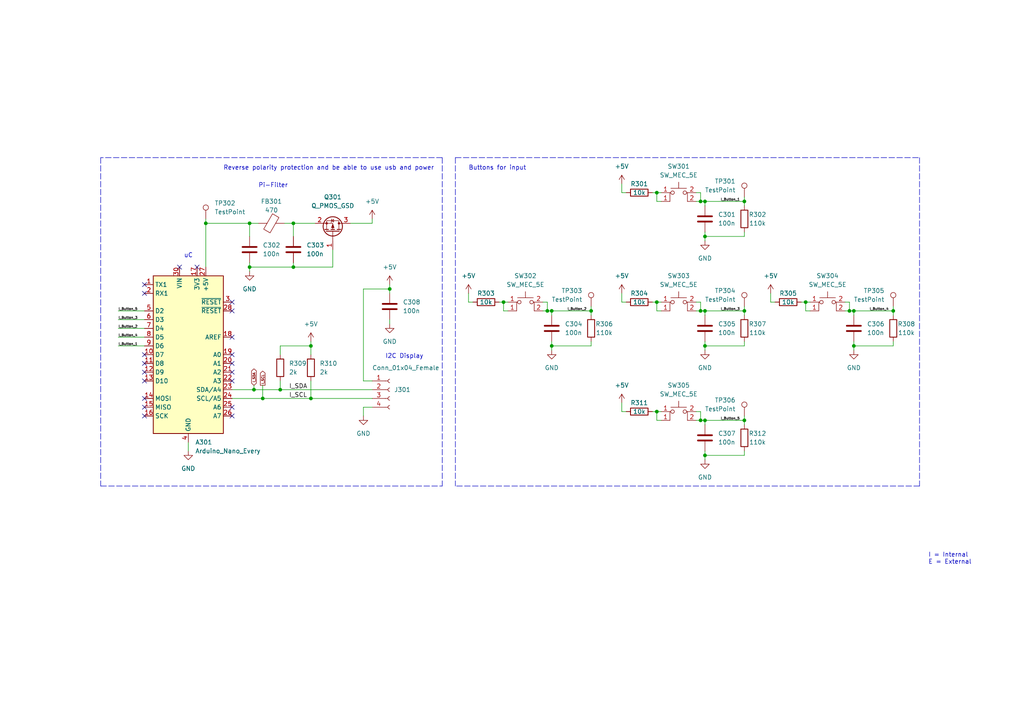
<source format=kicad_sch>
(kicad_sch (version 20211123) (generator eeschema)

  (uuid 2b2dc9c8-9dcf-4e77-9886-35f7a37db8fc)

  (paper "A4")

  (lib_symbols
    (symbol "Connector:Conn_01x04_Female" (pin_names (offset 1.016) hide) (in_bom yes) (on_board yes)
      (property "Reference" "J" (id 0) (at 0 5.08 0)
        (effects (font (size 1.27 1.27)))
      )
      (property "Value" "Conn_01x04_Female" (id 1) (at 0 -7.62 0)
        (effects (font (size 1.27 1.27)))
      )
      (property "Footprint" "" (id 2) (at 0 0 0)
        (effects (font (size 1.27 1.27)) hide)
      )
      (property "Datasheet" "~" (id 3) (at 0 0 0)
        (effects (font (size 1.27 1.27)) hide)
      )
      (property "ki_keywords" "connector" (id 4) (at 0 0 0)
        (effects (font (size 1.27 1.27)) hide)
      )
      (property "ki_description" "Generic connector, single row, 01x04, script generated (kicad-library-utils/schlib/autogen/connector/)" (id 5) (at 0 0 0)
        (effects (font (size 1.27 1.27)) hide)
      )
      (property "ki_fp_filters" "Connector*:*_1x??_*" (id 6) (at 0 0 0)
        (effects (font (size 1.27 1.27)) hide)
      )
      (symbol "Conn_01x04_Female_1_1"
        (arc (start 0 -4.572) (mid -0.508 -5.08) (end 0 -5.588)
          (stroke (width 0.1524) (type default) (color 0 0 0 0))
          (fill (type none))
        )
        (arc (start 0 -2.032) (mid -0.508 -2.54) (end 0 -3.048)
          (stroke (width 0.1524) (type default) (color 0 0 0 0))
          (fill (type none))
        )
        (polyline
          (pts
            (xy -1.27 -5.08)
            (xy -0.508 -5.08)
          )
          (stroke (width 0.1524) (type default) (color 0 0 0 0))
          (fill (type none))
        )
        (polyline
          (pts
            (xy -1.27 -2.54)
            (xy -0.508 -2.54)
          )
          (stroke (width 0.1524) (type default) (color 0 0 0 0))
          (fill (type none))
        )
        (polyline
          (pts
            (xy -1.27 0)
            (xy -0.508 0)
          )
          (stroke (width 0.1524) (type default) (color 0 0 0 0))
          (fill (type none))
        )
        (polyline
          (pts
            (xy -1.27 2.54)
            (xy -0.508 2.54)
          )
          (stroke (width 0.1524) (type default) (color 0 0 0 0))
          (fill (type none))
        )
        (arc (start 0 0.508) (mid -0.508 0) (end 0 -0.508)
          (stroke (width 0.1524) (type default) (color 0 0 0 0))
          (fill (type none))
        )
        (arc (start 0 3.048) (mid -0.508 2.54) (end 0 2.032)
          (stroke (width 0.1524) (type default) (color 0 0 0 0))
          (fill (type none))
        )
        (pin passive line (at -5.08 2.54 0) (length 3.81)
          (name "Pin_1" (effects (font (size 1.27 1.27))))
          (number "1" (effects (font (size 1.27 1.27))))
        )
        (pin passive line (at -5.08 0 0) (length 3.81)
          (name "Pin_2" (effects (font (size 1.27 1.27))))
          (number "2" (effects (font (size 1.27 1.27))))
        )
        (pin passive line (at -5.08 -2.54 0) (length 3.81)
          (name "Pin_3" (effects (font (size 1.27 1.27))))
          (number "3" (effects (font (size 1.27 1.27))))
        )
        (pin passive line (at -5.08 -5.08 0) (length 3.81)
          (name "Pin_4" (effects (font (size 1.27 1.27))))
          (number "4" (effects (font (size 1.27 1.27))))
        )
      )
    )
    (symbol "Connector:TestPoint" (pin_numbers hide) (pin_names (offset 0.762) hide) (in_bom yes) (on_board yes)
      (property "Reference" "TP" (id 0) (at 0 6.858 0)
        (effects (font (size 1.27 1.27)))
      )
      (property "Value" "TestPoint" (id 1) (at 0 5.08 0)
        (effects (font (size 1.27 1.27)))
      )
      (property "Footprint" "" (id 2) (at 5.08 0 0)
        (effects (font (size 1.27 1.27)) hide)
      )
      (property "Datasheet" "~" (id 3) (at 5.08 0 0)
        (effects (font (size 1.27 1.27)) hide)
      )
      (property "ki_keywords" "test point tp" (id 4) (at 0 0 0)
        (effects (font (size 1.27 1.27)) hide)
      )
      (property "ki_description" "test point" (id 5) (at 0 0 0)
        (effects (font (size 1.27 1.27)) hide)
      )
      (property "ki_fp_filters" "Pin* Test*" (id 6) (at 0 0 0)
        (effects (font (size 1.27 1.27)) hide)
      )
      (symbol "TestPoint_0_1"
        (circle (center 0 3.302) (radius 0.762)
          (stroke (width 0) (type default) (color 0 0 0 0))
          (fill (type none))
        )
      )
      (symbol "TestPoint_1_1"
        (pin passive line (at 0 0 90) (length 2.54)
          (name "1" (effects (font (size 1.27 1.27))))
          (number "1" (effects (font (size 1.27 1.27))))
        )
      )
    )
    (symbol "Device:C" (pin_numbers hide) (pin_names (offset 0.254)) (in_bom yes) (on_board yes)
      (property "Reference" "C" (id 0) (at 0.635 2.54 0)
        (effects (font (size 1.27 1.27)) (justify left))
      )
      (property "Value" "C" (id 1) (at 0.635 -2.54 0)
        (effects (font (size 1.27 1.27)) (justify left))
      )
      (property "Footprint" "" (id 2) (at 0.9652 -3.81 0)
        (effects (font (size 1.27 1.27)) hide)
      )
      (property "Datasheet" "~" (id 3) (at 0 0 0)
        (effects (font (size 1.27 1.27)) hide)
      )
      (property "ki_keywords" "cap capacitor" (id 4) (at 0 0 0)
        (effects (font (size 1.27 1.27)) hide)
      )
      (property "ki_description" "Unpolarized capacitor" (id 5) (at 0 0 0)
        (effects (font (size 1.27 1.27)) hide)
      )
      (property "ki_fp_filters" "C_*" (id 6) (at 0 0 0)
        (effects (font (size 1.27 1.27)) hide)
      )
      (symbol "C_0_1"
        (polyline
          (pts
            (xy -2.032 -0.762)
            (xy 2.032 -0.762)
          )
          (stroke (width 0.508) (type default) (color 0 0 0 0))
          (fill (type none))
        )
        (polyline
          (pts
            (xy -2.032 0.762)
            (xy 2.032 0.762)
          )
          (stroke (width 0.508) (type default) (color 0 0 0 0))
          (fill (type none))
        )
      )
      (symbol "C_1_1"
        (pin passive line (at 0 3.81 270) (length 2.794)
          (name "~" (effects (font (size 1.27 1.27))))
          (number "1" (effects (font (size 1.27 1.27))))
        )
        (pin passive line (at 0 -3.81 90) (length 2.794)
          (name "~" (effects (font (size 1.27 1.27))))
          (number "2" (effects (font (size 1.27 1.27))))
        )
      )
    )
    (symbol "Device:FerriteBead" (pin_numbers hide) (pin_names (offset 0)) (in_bom yes) (on_board yes)
      (property "Reference" "FB301" (id 0) (at -0.0508 7.62 90)
        (effects (font (size 1.27 1.27)))
      )
      (property "Value" "470" (id 1) (at -0.0508 5.08 90)
        (effects (font (size 1.27 1.27)))
      )
      (property "Footprint" "Resistor_SMD:R_0603_1608Metric" (id 2) (at 0 -1.778 90)
        (effects (font (size 1.27 1.27)) hide)
      )
      (property "Datasheet" "https://www.mouser.de/datasheet/2/281/ENFA0003-1915778.pdf" (id 3) (at 0 0 0)
        (effects (font (size 1.27 1.27)) hide)
      )
      (property "Mosuer" "https://www.mouser.de/ProductDetail/Murata-Electronics/BLM18AG471SN1D?qs=kL1ClTr6oBozOwkba3f%2FjA%3D%3D" (id 4) (at 0 0 0)
        (effects (font (size 1.27 1.27)) hide)
      )
      (property "Name" "BLM18AG471SN1D" (id 5) (at 0 0 0)
        (effects (font (size 1.27 1.27)) hide)
      )
      (property "ki_keywords" "L ferrite bead inductor filter" (id 6) (at 0 0 0)
        (effects (font (size 1.27 1.27)) hide)
      )
      (property "ki_description" "Ferrite bead" (id 7) (at 0 0 0)
        (effects (font (size 1.27 1.27)) hide)
      )
      (property "ki_fp_filters" "Inductor_* L_* *Ferrite*" (id 8) (at 0 0 0)
        (effects (font (size 1.27 1.27)) hide)
      )
      (symbol "FerriteBead_0_1"
        (polyline
          (pts
            (xy 0 -1.27)
            (xy 0 -1.2192)
          )
          (stroke (width 0) (type default) (color 0 0 0 0))
          (fill (type none))
        )
        (polyline
          (pts
            (xy 0 1.27)
            (xy 0 1.2954)
          )
          (stroke (width 0) (type default) (color 0 0 0 0))
          (fill (type none))
        )
        (polyline
          (pts
            (xy -2.7686 0.4064)
            (xy -1.7018 2.2606)
            (xy 2.7686 -0.3048)
            (xy 1.6764 -2.159)
            (xy -2.7686 0.4064)
          )
          (stroke (width 0) (type default) (color 0 0 0 0))
          (fill (type none))
        )
      )
      (symbol "FerriteBead_1_1"
        (pin passive line (at 0 3.81 270) (length 2.54)
          (name "~" (effects (font (size 1.27 1.27))))
          (number "1" (effects (font (size 1.27 1.27))))
        )
        (pin passive line (at 0 -3.81 90) (length 2.54)
          (name "~" (effects (font (size 1.27 1.27))))
          (number "2" (effects (font (size 1.27 1.27))))
        )
      )
    )
    (symbol "Device:Q_PMOS_GSD" (pin_names (offset 0) hide) (in_bom yes) (on_board yes)
      (property "Reference" "Q" (id 0) (at 5.08 1.27 0)
        (effects (font (size 1.27 1.27)) (justify left))
      )
      (property "Value" "Q_PMOS_GSD" (id 1) (at 5.08 -1.27 0)
        (effects (font (size 1.27 1.27)) (justify left))
      )
      (property "Footprint" "" (id 2) (at 5.08 2.54 0)
        (effects (font (size 1.27 1.27)) hide)
      )
      (property "Datasheet" "~" (id 3) (at 0 0 0)
        (effects (font (size 1.27 1.27)) hide)
      )
      (property "ki_keywords" "transistor PMOS P-MOS P-MOSFET" (id 4) (at 0 0 0)
        (effects (font (size 1.27 1.27)) hide)
      )
      (property "ki_description" "P-MOSFET transistor, gate/source/drain" (id 5) (at 0 0 0)
        (effects (font (size 1.27 1.27)) hide)
      )
      (symbol "Q_PMOS_GSD_0_1"
        (polyline
          (pts
            (xy 0.254 0)
            (xy -2.54 0)
          )
          (stroke (width 0) (type default) (color 0 0 0 0))
          (fill (type none))
        )
        (polyline
          (pts
            (xy 0.254 1.905)
            (xy 0.254 -1.905)
          )
          (stroke (width 0.254) (type default) (color 0 0 0 0))
          (fill (type none))
        )
        (polyline
          (pts
            (xy 0.762 -1.27)
            (xy 0.762 -2.286)
          )
          (stroke (width 0.254) (type default) (color 0 0 0 0))
          (fill (type none))
        )
        (polyline
          (pts
            (xy 0.762 0.508)
            (xy 0.762 -0.508)
          )
          (stroke (width 0.254) (type default) (color 0 0 0 0))
          (fill (type none))
        )
        (polyline
          (pts
            (xy 0.762 2.286)
            (xy 0.762 1.27)
          )
          (stroke (width 0.254) (type default) (color 0 0 0 0))
          (fill (type none))
        )
        (polyline
          (pts
            (xy 2.54 2.54)
            (xy 2.54 1.778)
          )
          (stroke (width 0) (type default) (color 0 0 0 0))
          (fill (type none))
        )
        (polyline
          (pts
            (xy 2.54 -2.54)
            (xy 2.54 0)
            (xy 0.762 0)
          )
          (stroke (width 0) (type default) (color 0 0 0 0))
          (fill (type none))
        )
        (polyline
          (pts
            (xy 0.762 1.778)
            (xy 3.302 1.778)
            (xy 3.302 -1.778)
            (xy 0.762 -1.778)
          )
          (stroke (width 0) (type default) (color 0 0 0 0))
          (fill (type none))
        )
        (polyline
          (pts
            (xy 2.286 0)
            (xy 1.27 0.381)
            (xy 1.27 -0.381)
            (xy 2.286 0)
          )
          (stroke (width 0) (type default) (color 0 0 0 0))
          (fill (type outline))
        )
        (polyline
          (pts
            (xy 2.794 -0.508)
            (xy 2.921 -0.381)
            (xy 3.683 -0.381)
            (xy 3.81 -0.254)
          )
          (stroke (width 0) (type default) (color 0 0 0 0))
          (fill (type none))
        )
        (polyline
          (pts
            (xy 3.302 -0.381)
            (xy 2.921 0.254)
            (xy 3.683 0.254)
            (xy 3.302 -0.381)
          )
          (stroke (width 0) (type default) (color 0 0 0 0))
          (fill (type none))
        )
        (circle (center 1.651 0) (radius 2.794)
          (stroke (width 0.254) (type default) (color 0 0 0 0))
          (fill (type none))
        )
        (circle (center 2.54 -1.778) (radius 0.254)
          (stroke (width 0) (type default) (color 0 0 0 0))
          (fill (type outline))
        )
        (circle (center 2.54 1.778) (radius 0.254)
          (stroke (width 0) (type default) (color 0 0 0 0))
          (fill (type outline))
        )
      )
      (symbol "Q_PMOS_GSD_1_1"
        (pin input line (at -5.08 0 0) (length 2.54)
          (name "G" (effects (font (size 1.27 1.27))))
          (number "1" (effects (font (size 1.27 1.27))))
        )
        (pin passive line (at 2.54 -5.08 90) (length 2.54)
          (name "S" (effects (font (size 1.27 1.27))))
          (number "2" (effects (font (size 1.27 1.27))))
        )
        (pin passive line (at 2.54 5.08 270) (length 2.54)
          (name "D" (effects (font (size 1.27 1.27))))
          (number "3" (effects (font (size 1.27 1.27))))
        )
      )
    )
    (symbol "Device:R" (pin_numbers hide) (pin_names (offset 0)) (in_bom yes) (on_board yes)
      (property "Reference" "R" (id 0) (at 2.032 0 90)
        (effects (font (size 1.27 1.27)))
      )
      (property "Value" "R" (id 1) (at 0 0 90)
        (effects (font (size 1.27 1.27)))
      )
      (property "Footprint" "" (id 2) (at -1.778 0 90)
        (effects (font (size 1.27 1.27)) hide)
      )
      (property "Datasheet" "~" (id 3) (at 0 0 0)
        (effects (font (size 1.27 1.27)) hide)
      )
      (property "ki_keywords" "R res resistor" (id 4) (at 0 0 0)
        (effects (font (size 1.27 1.27)) hide)
      )
      (property "ki_description" "Resistor" (id 5) (at 0 0 0)
        (effects (font (size 1.27 1.27)) hide)
      )
      (property "ki_fp_filters" "R_*" (id 6) (at 0 0 0)
        (effects (font (size 1.27 1.27)) hide)
      )
      (symbol "R_0_1"
        (rectangle (start -1.016 -2.54) (end 1.016 2.54)
          (stroke (width 0.254) (type default) (color 0 0 0 0))
          (fill (type none))
        )
      )
      (symbol "R_1_1"
        (pin passive line (at 0 3.81 270) (length 1.27)
          (name "~" (effects (font (size 1.27 1.27))))
          (number "1" (effects (font (size 1.27 1.27))))
        )
        (pin passive line (at 0 -3.81 90) (length 1.27)
          (name "~" (effects (font (size 1.27 1.27))))
          (number "2" (effects (font (size 1.27 1.27))))
        )
      )
    )
    (symbol "MCU_Module:Arduino_Nano_Every" (in_bom yes) (on_board yes)
      (property "Reference" "A" (id 0) (at -10.16 23.495 0)
        (effects (font (size 1.27 1.27)) (justify left bottom))
      )
      (property "Value" "Arduino_Nano_Every" (id 1) (at 5.08 -24.13 0)
        (effects (font (size 1.27 1.27)) (justify left top))
      )
      (property "Footprint" "Module:Arduino_Nano" (id 2) (at 0 0 0)
        (effects (font (size 1.27 1.27) italic) hide)
      )
      (property "Datasheet" "https://content.arduino.cc/assets/NANOEveryV3.0_sch.pdf" (id 3) (at 0 0 0)
        (effects (font (size 1.27 1.27)) hide)
      )
      (property "ki_keywords" "Arduino nano microcontroller module USB UPDI AATMega4809 AVR" (id 4) (at 0 0 0)
        (effects (font (size 1.27 1.27)) hide)
      )
      (property "ki_description" "Arduino Nano Every" (id 5) (at 0 0 0)
        (effects (font (size 1.27 1.27)) hide)
      )
      (property "ki_fp_filters" "Arduino*Nano*" (id 6) (at 0 0 0)
        (effects (font (size 1.27 1.27)) hide)
      )
      (symbol "Arduino_Nano_Every_0_1"
        (rectangle (start -10.16 22.86) (end 10.16 -22.86)
          (stroke (width 0.254) (type default) (color 0 0 0 0))
          (fill (type background))
        )
      )
      (symbol "Arduino_Nano_Every_1_1"
        (pin bidirectional line (at -12.7 20.32 0) (length 2.54)
          (name "TX1" (effects (font (size 1.27 1.27))))
          (number "1" (effects (font (size 1.27 1.27))))
        )
        (pin bidirectional line (at -12.7 0 0) (length 2.54)
          (name "D7" (effects (font (size 1.27 1.27))))
          (number "10" (effects (font (size 1.27 1.27))))
        )
        (pin bidirectional line (at -12.7 -2.54 0) (length 2.54)
          (name "D8" (effects (font (size 1.27 1.27))))
          (number "11" (effects (font (size 1.27 1.27))))
        )
        (pin bidirectional line (at -12.7 -5.08 0) (length 2.54)
          (name "D9" (effects (font (size 1.27 1.27))))
          (number "12" (effects (font (size 1.27 1.27))))
        )
        (pin bidirectional line (at -12.7 -7.62 0) (length 2.54)
          (name "D10" (effects (font (size 1.27 1.27))))
          (number "13" (effects (font (size 1.27 1.27))))
        )
        (pin bidirectional line (at -12.7 -12.7 0) (length 2.54)
          (name "MOSI" (effects (font (size 1.27 1.27))))
          (number "14" (effects (font (size 1.27 1.27))))
        )
        (pin bidirectional line (at -12.7 -15.24 0) (length 2.54)
          (name "MISO" (effects (font (size 1.27 1.27))))
          (number "15" (effects (font (size 1.27 1.27))))
        )
        (pin bidirectional line (at -12.7 -17.78 0) (length 2.54)
          (name "SCK" (effects (font (size 1.27 1.27))))
          (number "16" (effects (font (size 1.27 1.27))))
        )
        (pin power_out line (at 2.54 25.4 270) (length 2.54)
          (name "3V3" (effects (font (size 1.27 1.27))))
          (number "17" (effects (font (size 1.27 1.27))))
        )
        (pin input line (at 12.7 5.08 180) (length 2.54)
          (name "AREF" (effects (font (size 1.27 1.27))))
          (number "18" (effects (font (size 1.27 1.27))))
        )
        (pin bidirectional line (at 12.7 0 180) (length 2.54)
          (name "A0" (effects (font (size 1.27 1.27))))
          (number "19" (effects (font (size 1.27 1.27))))
        )
        (pin bidirectional line (at -12.7 17.78 0) (length 2.54)
          (name "RX1" (effects (font (size 1.27 1.27))))
          (number "2" (effects (font (size 1.27 1.27))))
        )
        (pin bidirectional line (at 12.7 -2.54 180) (length 2.54)
          (name "A1" (effects (font (size 1.27 1.27))))
          (number "20" (effects (font (size 1.27 1.27))))
        )
        (pin bidirectional line (at 12.7 -5.08 180) (length 2.54)
          (name "A2" (effects (font (size 1.27 1.27))))
          (number "21" (effects (font (size 1.27 1.27))))
        )
        (pin bidirectional line (at 12.7 -7.62 180) (length 2.54)
          (name "A3" (effects (font (size 1.27 1.27))))
          (number "22" (effects (font (size 1.27 1.27))))
        )
        (pin bidirectional line (at 12.7 -10.16 180) (length 2.54)
          (name "SDA/A4" (effects (font (size 1.27 1.27))))
          (number "23" (effects (font (size 1.27 1.27))))
        )
        (pin bidirectional line (at 12.7 -12.7 180) (length 2.54)
          (name "SCL/A5" (effects (font (size 1.27 1.27))))
          (number "24" (effects (font (size 1.27 1.27))))
        )
        (pin bidirectional line (at 12.7 -15.24 180) (length 2.54)
          (name "A6" (effects (font (size 1.27 1.27))))
          (number "25" (effects (font (size 1.27 1.27))))
        )
        (pin bidirectional line (at 12.7 -17.78 180) (length 2.54)
          (name "A7" (effects (font (size 1.27 1.27))))
          (number "26" (effects (font (size 1.27 1.27))))
        )
        (pin power_out line (at 5.08 25.4 270) (length 2.54)
          (name "+5V" (effects (font (size 1.27 1.27))))
          (number "27" (effects (font (size 1.27 1.27))))
        )
        (pin input line (at 12.7 12.7 180) (length 2.54)
          (name "~{RESET}" (effects (font (size 1.27 1.27))))
          (number "28" (effects (font (size 1.27 1.27))))
        )
        (pin passive line (at 0 -25.4 90) (length 2.54) hide
          (name "GND" (effects (font (size 1.27 1.27))))
          (number "29" (effects (font (size 1.27 1.27))))
        )
        (pin input line (at 12.7 15.24 180) (length 2.54)
          (name "~{RESET}" (effects (font (size 1.27 1.27))))
          (number "3" (effects (font (size 1.27 1.27))))
        )
        (pin power_in line (at -2.54 25.4 270) (length 2.54)
          (name "VIN" (effects (font (size 1.27 1.27))))
          (number "30" (effects (font (size 1.27 1.27))))
        )
        (pin power_in line (at 0 -25.4 90) (length 2.54)
          (name "GND" (effects (font (size 1.27 1.27))))
          (number "4" (effects (font (size 1.27 1.27))))
        )
        (pin bidirectional line (at -12.7 12.7 0) (length 2.54)
          (name "D2" (effects (font (size 1.27 1.27))))
          (number "5" (effects (font (size 1.27 1.27))))
        )
        (pin bidirectional line (at -12.7 10.16 0) (length 2.54)
          (name "D3" (effects (font (size 1.27 1.27))))
          (number "6" (effects (font (size 1.27 1.27))))
        )
        (pin bidirectional line (at -12.7 7.62 0) (length 2.54)
          (name "D4" (effects (font (size 1.27 1.27))))
          (number "7" (effects (font (size 1.27 1.27))))
        )
        (pin bidirectional line (at -12.7 5.08 0) (length 2.54)
          (name "D5" (effects (font (size 1.27 1.27))))
          (number "8" (effects (font (size 1.27 1.27))))
        )
        (pin bidirectional line (at -12.7 2.54 0) (length 2.54)
          (name "D6" (effects (font (size 1.27 1.27))))
          (number "9" (effects (font (size 1.27 1.27))))
        )
      )
    )
    (symbol "Switch:SW_MEC_5E" (pin_names (offset 1.016) hide) (in_bom yes) (on_board yes)
      (property "Reference" "SW?" (id 0) (at 0 10.16 0)
        (effects (font (size 1.27 1.27)))
      )
      (property "Value" "SW_MEC_5E" (id 1) (at 0 7.62 0)
        (effects (font (size 1.27 1.27)))
      )
      (property "Footprint" "" (id 2) (at 0 7.62 0)
        (effects (font (size 1.27 1.27)) hide)
      )
      (property "Datasheet" "http://www.apem.com/int/index.php?controller=attachment&id_attachment=1371" (id 3) (at 0 7.62 0)
        (effects (font (size 1.27 1.27)) hide)
      )
      (property "ki_keywords" "switch normally-open pushbutton push-button" (id 4) (at 0 0 0)
        (effects (font (size 1.27 1.27)) hide)
      )
      (property "ki_description" "MEC 5E single pole normally-open tactile switch" (id 5) (at 0 0 0)
        (effects (font (size 1.27 1.27)) hide)
      )
      (property "ki_fp_filters" "SW*MEC*5G*" (id 6) (at 0 0 0)
        (effects (font (size 1.27 1.27)) hide)
      )
      (symbol "SW_MEC_5E_0_1"
        (circle (center -1.778 2.54) (radius 0.508)
          (stroke (width 0) (type default) (color 0 0 0 0))
          (fill (type none))
        )
        (polyline
          (pts
            (xy -2.286 3.81)
            (xy 2.286 3.81)
          )
          (stroke (width 0) (type default) (color 0 0 0 0))
          (fill (type none))
        )
        (polyline
          (pts
            (xy 0 3.81)
            (xy 0 5.588)
          )
          (stroke (width 0) (type default) (color 0 0 0 0))
          (fill (type none))
        )
        (polyline
          (pts
            (xy -2.54 0)
            (xy -2.54 2.54)
            (xy -2.286 2.54)
          )
          (stroke (width 0) (type default) (color 0 0 0 0))
          (fill (type none))
        )
        (polyline
          (pts
            (xy 2.54 0)
            (xy 2.54 2.54)
            (xy 2.286 2.54)
          )
          (stroke (width 0) (type default) (color 0 0 0 0))
          (fill (type none))
        )
        (circle (center 1.778 2.54) (radius 0.508)
          (stroke (width 0) (type default) (color 0 0 0 0))
          (fill (type none))
        )
        (pin passive line (at -5.08 0 0) (length 2.54)
          (name "1" (effects (font (size 1.27 1.27))))
          (number "1" (effects (font (size 1.27 1.27))))
        )
        (pin passive line (at -5.08 2.54 0) (length 2.54)
          (name "1" (effects (font (size 1.27 1.27))))
          (number "1" (effects (font (size 1.27 1.27))))
        )
        (pin passive line (at 5.08 2.54 180) (length 2.54)
          (name "A" (effects (font (size 1.27 1.27))))
          (number "2" (effects (font (size 1.27 1.27))))
        )
        (pin passive line (at 5.08 0 180) (length 2.54)
          (name "K" (effects (font (size 1.27 1.27))))
          (number "2" (effects (font (size 1.27 1.27))))
        )
      )
    )
    (symbol "power:+5V" (power) (pin_names (offset 0)) (in_bom yes) (on_board yes)
      (property "Reference" "#PWR" (id 0) (at 0 -3.81 0)
        (effects (font (size 1.27 1.27)) hide)
      )
      (property "Value" "+5V" (id 1) (at 0 3.556 0)
        (effects (font (size 1.27 1.27)))
      )
      (property "Footprint" "" (id 2) (at 0 0 0)
        (effects (font (size 1.27 1.27)) hide)
      )
      (property "Datasheet" "" (id 3) (at 0 0 0)
        (effects (font (size 1.27 1.27)) hide)
      )
      (property "ki_keywords" "power-flag" (id 4) (at 0 0 0)
        (effects (font (size 1.27 1.27)) hide)
      )
      (property "ki_description" "Power symbol creates a global label with name \"+5V\"" (id 5) (at 0 0 0)
        (effects (font (size 1.27 1.27)) hide)
      )
      (symbol "+5V_0_1"
        (polyline
          (pts
            (xy -0.762 1.27)
            (xy 0 2.54)
          )
          (stroke (width 0) (type default) (color 0 0 0 0))
          (fill (type none))
        )
        (polyline
          (pts
            (xy 0 0)
            (xy 0 2.54)
          )
          (stroke (width 0) (type default) (color 0 0 0 0))
          (fill (type none))
        )
        (polyline
          (pts
            (xy 0 2.54)
            (xy 0.762 1.27)
          )
          (stroke (width 0) (type default) (color 0 0 0 0))
          (fill (type none))
        )
      )
      (symbol "+5V_1_1"
        (pin power_in line (at 0 0 90) (length 0) hide
          (name "+5V" (effects (font (size 1.27 1.27))))
          (number "1" (effects (font (size 1.27 1.27))))
        )
      )
    )
    (symbol "power:GND" (power) (pin_names (offset 0)) (in_bom yes) (on_board yes)
      (property "Reference" "#PWR" (id 0) (at 0 -6.35 0)
        (effects (font (size 1.27 1.27)) hide)
      )
      (property "Value" "GND" (id 1) (at 0 -3.81 0)
        (effects (font (size 1.27 1.27)))
      )
      (property "Footprint" "" (id 2) (at 0 0 0)
        (effects (font (size 1.27 1.27)) hide)
      )
      (property "Datasheet" "" (id 3) (at 0 0 0)
        (effects (font (size 1.27 1.27)) hide)
      )
      (property "ki_keywords" "power-flag" (id 4) (at 0 0 0)
        (effects (font (size 1.27 1.27)) hide)
      )
      (property "ki_description" "Power symbol creates a global label with name \"GND\" , ground" (id 5) (at 0 0 0)
        (effects (font (size 1.27 1.27)) hide)
      )
      (symbol "GND_0_1"
        (polyline
          (pts
            (xy 0 0)
            (xy 0 -1.27)
            (xy 1.27 -1.27)
            (xy 0 -2.54)
            (xy -1.27 -1.27)
            (xy 0 -1.27)
          )
          (stroke (width 0) (type default) (color 0 0 0 0))
          (fill (type none))
        )
      )
      (symbol "GND_1_1"
        (pin power_in line (at 0 0 270) (length 0) hide
          (name "GND" (effects (font (size 1.27 1.27))))
          (number "1" (effects (font (size 1.27 1.27))))
        )
      )
    )
  )

  (junction (at 85.09 64.77) (diameter 0) (color 0 0 0 0)
    (uuid 06108d87-0357-4953-9503-1e63be2baaf1)
  )
  (junction (at 204.47 100.33) (diameter 0) (color 0 0 0 0)
    (uuid 0b857933-3fef-44fd-95cf-f095b80f53a2)
  )
  (junction (at 171.45 90.17) (diameter 0) (color 0 0 0 0)
    (uuid 15aae3d6-85ce-4ead-89b0-31a4a5872b13)
  )
  (junction (at 204.47 58.42) (diameter 0) (color 0 0 0 0)
    (uuid 1fec7247-e97d-4cea-9a6e-d018915316cc)
  )
  (junction (at 259.08 90.17) (diameter 0) (color 0 0 0 0)
    (uuid 28a2cc60-1064-4492-926c-388f57d773ef)
  )
  (junction (at 81.28 113.03) (diameter 0) (color 0 0 0 0)
    (uuid 29d232a6-a89c-4538-9a30-096771c55a04)
  )
  (junction (at 215.9 90.17) (diameter 0) (color 0 0 0 0)
    (uuid 42393888-e0ba-435d-9a78-3ac8fef42ad8)
  )
  (junction (at 203.2 90.17) (diameter 0) (color 0 0 0 0)
    (uuid 630a006c-264f-486c-99d7-9310085dc147)
  )
  (junction (at 190.5 119.38) (diameter 0) (color 0 0 0 0)
    (uuid 6de5e3ad-c7a5-485b-997a-8b4e6b0e3965)
  )
  (junction (at 76.2 115.57) (diameter 0) (color 0 0 0 0)
    (uuid 6e5bc076-a8e1-4206-aedf-f9580742ac86)
  )
  (junction (at 90.17 115.57) (diameter 0) (color 0 0 0 0)
    (uuid 750cc9c0-3f0a-406b-a259-935a72d2c68c)
  )
  (junction (at 204.47 68.58) (diameter 0) (color 0 0 0 0)
    (uuid 764fb45e-ea81-4317-9e8e-82d0d78fbfd9)
  )
  (junction (at 204.47 132.08) (diameter 0) (color 0 0 0 0)
    (uuid 76a9e06a-0ddf-40c6-8b78-72959a6740c9)
  )
  (junction (at 215.9 121.92) (diameter 0) (color 0 0 0 0)
    (uuid 78680216-6c2c-4489-8a05-be9da93b9e76)
  )
  (junction (at 72.39 77.47) (diameter 0) (color 0 0 0 0)
    (uuid 7a504ca2-f77c-41cf-ab5d-17528a2e57fa)
  )
  (junction (at 203.2 58.42) (diameter 0) (color 0 0 0 0)
    (uuid 84304d53-162d-4ae4-9fe0-c552a124feff)
  )
  (junction (at 90.17 100.33) (diameter 0) (color 0 0 0 0)
    (uuid 89015288-92aa-41a0-adf2-caeb5039a94c)
  )
  (junction (at 146.05 87.63) (diameter 0) (color 0 0 0 0)
    (uuid a4985aa2-ee6d-44e4-a644-4501f38d6ff0)
  )
  (junction (at 73.66 113.03) (diameter 0) (color 0 0 0 0)
    (uuid a4d5c343-46d6-4a5f-b9e7-1b724bb978f1)
  )
  (junction (at 204.47 121.92) (diameter 0) (color 0 0 0 0)
    (uuid a844d45e-d077-472b-a733-c025a25751f4)
  )
  (junction (at 246.38 90.17) (diameter 0) (color 0 0 0 0)
    (uuid b0db6584-f869-421d-ac86-5a5f2a7b413a)
  )
  (junction (at 85.09 77.47) (diameter 0) (color 0 0 0 0)
    (uuid cc4b6d95-82ad-4000-a5f0-65ac046ee1ae)
  )
  (junction (at 247.65 100.33) (diameter 0) (color 0 0 0 0)
    (uuid cf3617f2-14bc-45ce-bc64-cf7dcf66302a)
  )
  (junction (at 203.2 121.92) (diameter 0) (color 0 0 0 0)
    (uuid dd03ed47-882d-4208-b3af-37e6337073ec)
  )
  (junction (at 160.02 100.33) (diameter 0) (color 0 0 0 0)
    (uuid e6a43ade-a878-43be-b851-5e8d592884cc)
  )
  (junction (at 233.68 87.63) (diameter 0) (color 0 0 0 0)
    (uuid f0954c2f-4b8b-4766-9b4b-48be7bd4e18b)
  )
  (junction (at 247.65 90.17) (diameter 0) (color 0 0 0 0)
    (uuid f15654cd-6640-45cb-a239-b715a7c188f6)
  )
  (junction (at 160.02 90.17) (diameter 0) (color 0 0 0 0)
    (uuid f2675773-b84d-4209-818d-7d6983523fb0)
  )
  (junction (at 59.69 64.77) (diameter 0) (color 0 0 0 0)
    (uuid f38148ea-ebae-40fa-ab69-36718c430783)
  )
  (junction (at 72.39 64.77) (diameter 0) (color 0 0 0 0)
    (uuid f6168f66-4ec6-4ed1-91f9-a4b9cff4400e)
  )
  (junction (at 158.75 90.17) (diameter 0) (color 0 0 0 0)
    (uuid f62a23ca-d4e9-40e2-87d3-dbe1b26b5cd0)
  )
  (junction (at 204.47 90.17) (diameter 0) (color 0 0 0 0)
    (uuid f6804f32-f89a-496f-b8c2-2c9bf9feb410)
  )
  (junction (at 113.03 83.82) (diameter 0) (color 0 0 0 0)
    (uuid f6ef205f-121c-4597-b86d-53b4170e9d8f)
  )
  (junction (at 190.5 87.63) (diameter 0) (color 0 0 0 0)
    (uuid f9f6c459-9f8e-4109-8d95-b12ffd4e2be1)
  )
  (junction (at 215.9 58.42) (diameter 0) (color 0 0 0 0)
    (uuid fa131970-28ca-4878-a2e0-990dd38dc640)
  )
  (junction (at 190.5 55.88) (diameter 0) (color 0 0 0 0)
    (uuid fb2a7374-d877-40f1-9d07-4de626ac97f5)
  )

  (no_connect (at 67.31 105.41) (uuid 0352e21d-090f-47f9-b38b-0673ed8f868e))
  (no_connect (at 52.07 77.47) (uuid 0bb87540-9823-4a50-87af-2a5d5c118c8b))
  (no_connect (at 41.91 102.87) (uuid 1e26e3f3-51d8-45e0-8328-35fa68997723))
  (no_connect (at 67.31 102.87) (uuid 27599cf5-17ab-4912-b0f9-f49e05a2ef60))
  (no_connect (at 67.31 97.79) (uuid 2cc7996b-67a9-4c7b-82ae-4cf41ebac6c3))
  (no_connect (at 41.91 85.09) (uuid 30923157-d754-45da-b6bd-6d9407bf62df))
  (no_connect (at 41.91 82.55) (uuid 30923157-d754-45da-b6bd-6d9407bf62e0))
  (no_connect (at 41.91 107.95) (uuid 3d054249-b6ec-4eaa-ade3-3bd1d0f4aa67))
  (no_connect (at 67.31 118.11) (uuid 5e0d11a8-52c6-4a58-99f6-5adaca2a319f))
  (no_connect (at 41.91 105.41) (uuid 614c17a1-03d9-4537-a358-9649c939b285))
  (no_connect (at 41.91 110.49) (uuid 6bd909df-10d6-4d1e-ba31-48e588b0d086))
  (no_connect (at 41.91 120.65) (uuid 848b3e77-3a90-4e0c-bbff-7c88ee6aefe9))
  (no_connect (at 41.91 115.57) (uuid 848b3e77-3a90-4e0c-bbff-7c88ee6aefea))
  (no_connect (at 41.91 118.11) (uuid 848b3e77-3a90-4e0c-bbff-7c88ee6aefeb))
  (no_connect (at 67.31 120.65) (uuid a1d0ee1a-b0df-4ebb-aff7-9d42277eb437))
  (no_connect (at 67.31 87.63) (uuid a273512b-c9cb-43cd-bf55-68701fe7dcd5))
  (no_connect (at 67.31 110.49) (uuid b34306e1-8ab1-4715-a583-f75b3653eb49))
  (no_connect (at 67.31 107.95) (uuid d9d29de4-60ee-4f5a-9db8-d59aeb475e96))
  (no_connect (at 57.15 77.47) (uuid e842e28f-4c5c-4744-9cfb-0cf18f05b239))
  (no_connect (at 67.31 90.17) (uuid e96095e1-49cc-44a6-aaee-9f3fd5038f32))

  (wire (pts (xy 190.5 87.63) (xy 191.77 87.63))
    (stroke (width 0) (type default) (color 0 0 0 0))
    (uuid 02f058ba-9cc2-4dfc-821b-da4a9bbae23e)
  )
  (wire (pts (xy 135.89 85.09) (xy 135.89 87.63))
    (stroke (width 0) (type default) (color 0 0 0 0))
    (uuid 03794e94-60cf-4576-949e-dac768eb0d7a)
  )
  (wire (pts (xy 34.29 90.17) (xy 41.91 90.17))
    (stroke (width 0) (type default) (color 0 0 0 0))
    (uuid 03bcc11a-2cbd-4ff6-8e7d-752ed7c7e825)
  )
  (wire (pts (xy 146.05 90.17) (xy 146.05 87.63))
    (stroke (width 0) (type default) (color 0 0 0 0))
    (uuid 04030a4d-4fa2-4f82-ac7c-95f0b8cb1c91)
  )
  (wire (pts (xy 90.17 100.33) (xy 81.28 100.33))
    (stroke (width 0) (type default) (color 0 0 0 0))
    (uuid 04f9dfcb-9d36-46a3-86f1-f406b2edbf99)
  )
  (wire (pts (xy 215.9 68.58) (xy 215.9 67.31))
    (stroke (width 0) (type default) (color 0 0 0 0))
    (uuid 0505d55d-1197-4d49-8399-fb27ab0cd94d)
  )
  (wire (pts (xy 233.68 90.17) (xy 233.68 87.63))
    (stroke (width 0) (type default) (color 0 0 0 0))
    (uuid 05199c0a-f77c-41ca-837f-d0da8add95c1)
  )
  (wire (pts (xy 180.34 55.88) (xy 181.61 55.88))
    (stroke (width 0) (type default) (color 0 0 0 0))
    (uuid 0805e737-b169-4797-838a-9dd70a5ca334)
  )
  (wire (pts (xy 191.77 121.92) (xy 190.5 121.92))
    (stroke (width 0) (type default) (color 0 0 0 0))
    (uuid 09fe0b61-c0d7-4d6c-b2c9-49185af30348)
  )
  (polyline (pts (xy 132.08 45.72) (xy 266.7 45.72))
    (stroke (width 0) (type default) (color 0 0 0 0))
    (uuid 0a04f211-8a56-4938-a6a4-cebd50437ee2)
  )

  (wire (pts (xy 81.28 110.49) (xy 81.28 113.03))
    (stroke (width 0) (type default) (color 0 0 0 0))
    (uuid 0a927799-019c-483d-808e-f9e92904435c)
  )
  (wire (pts (xy 204.47 68.58) (xy 204.47 69.85))
    (stroke (width 0) (type default) (color 0 0 0 0))
    (uuid 0b527269-2267-4f06-b7b5-67d47d482374)
  )
  (wire (pts (xy 105.41 110.49) (xy 107.95 110.49))
    (stroke (width 0) (type default) (color 0 0 0 0))
    (uuid 0e88b1cd-619b-4be1-bfc1-1b2ccdff8002)
  )
  (polyline (pts (xy 29.21 140.97) (xy 128.27 140.97))
    (stroke (width 0) (type default) (color 0 0 0 0))
    (uuid 110353ee-2249-4f7b-8179-33f8e1bf3be2)
  )

  (wire (pts (xy 180.34 119.38) (xy 181.61 119.38))
    (stroke (width 0) (type default) (color 0 0 0 0))
    (uuid 12b68d55-fd57-4389-b9b1-384c37e7932e)
  )
  (wire (pts (xy 203.2 90.17) (xy 204.47 90.17))
    (stroke (width 0) (type default) (color 0 0 0 0))
    (uuid 12b9abf9-37f9-4a16-ab43-99d5a10447a0)
  )
  (wire (pts (xy 160.02 90.17) (xy 160.02 91.44))
    (stroke (width 0) (type default) (color 0 0 0 0))
    (uuid 15d77476-4020-4435-a2ff-179d9e529c08)
  )
  (wire (pts (xy 190.5 58.42) (xy 190.5 55.88))
    (stroke (width 0) (type default) (color 0 0 0 0))
    (uuid 19c569c3-1e35-4554-992a-e890904be05e)
  )
  (wire (pts (xy 76.2 115.57) (xy 90.17 115.57))
    (stroke (width 0) (type default) (color 0 0 0 0))
    (uuid 1f9d3457-1096-4f08-9412-c2a3e01e39b3)
  )
  (wire (pts (xy 180.34 85.09) (xy 180.34 87.63))
    (stroke (width 0) (type default) (color 0 0 0 0))
    (uuid 1fb8d00b-e920-4c72-8c6b-1c2f02050315)
  )
  (wire (pts (xy 72.39 76.2) (xy 72.39 77.47))
    (stroke (width 0) (type default) (color 0 0 0 0))
    (uuid 25c5dfb3-3ac9-48e0-8466-ed95351d847b)
  )
  (wire (pts (xy 201.93 58.42) (xy 203.2 58.42))
    (stroke (width 0) (type default) (color 0 0 0 0))
    (uuid 2642a600-59c3-4e66-acbb-46ea5fdcd992)
  )
  (wire (pts (xy 34.29 100.33) (xy 41.91 100.33))
    (stroke (width 0) (type default) (color 0 0 0 0))
    (uuid 2a2e4840-9837-48e4-b55c-df98a4ed3d6e)
  )
  (wire (pts (xy 215.9 91.44) (xy 215.9 90.17))
    (stroke (width 0) (type default) (color 0 0 0 0))
    (uuid 2b5d270f-fd6a-462f-be55-a8e8d1fcd20a)
  )
  (wire (pts (xy 105.41 110.49) (xy 105.41 83.82))
    (stroke (width 0) (type default) (color 0 0 0 0))
    (uuid 2b61354d-58b5-4c06-986a-755910e5d1db)
  )
  (wire (pts (xy 157.48 90.17) (xy 158.75 90.17))
    (stroke (width 0) (type default) (color 0 0 0 0))
    (uuid 2f009c66-a849-4dfd-9129-a21dbd4d0fdb)
  )
  (wire (pts (xy 204.47 132.08) (xy 215.9 132.08))
    (stroke (width 0) (type default) (color 0 0 0 0))
    (uuid 2fd554b1-16b2-4a01-b05d-239d0471530a)
  )
  (polyline (pts (xy 266.7 45.72) (xy 266.7 140.97))
    (stroke (width 0) (type default) (color 0 0 0 0))
    (uuid 3129f80f-b6e0-4d54-a0f0-2fa5fd3fd100)
  )

  (wire (pts (xy 215.9 120.65) (xy 215.9 121.92))
    (stroke (width 0) (type default) (color 0 0 0 0))
    (uuid 347a721f-f7ab-4f8c-baef-8867c2f08c64)
  )
  (wire (pts (xy 201.93 90.17) (xy 203.2 90.17))
    (stroke (width 0) (type default) (color 0 0 0 0))
    (uuid 3635c3f4-5a4d-4314-93c3-9419dcae33d0)
  )
  (wire (pts (xy 113.03 83.82) (xy 113.03 85.09))
    (stroke (width 0) (type default) (color 0 0 0 0))
    (uuid 3873ec78-9861-4297-b2b6-90a5e6937c3f)
  )
  (wire (pts (xy 246.38 90.17) (xy 247.65 90.17))
    (stroke (width 0) (type default) (color 0 0 0 0))
    (uuid 395a86a3-86cb-40e5-a500-ada6d3743480)
  )
  (wire (pts (xy 113.03 82.55) (xy 113.03 83.82))
    (stroke (width 0) (type default) (color 0 0 0 0))
    (uuid 3e6e7920-56c3-4cf3-acaf-82375496816a)
  )
  (wire (pts (xy 191.77 58.42) (xy 190.5 58.42))
    (stroke (width 0) (type default) (color 0 0 0 0))
    (uuid 3fb7820b-e91c-47cf-92e9-369abcce4f02)
  )
  (wire (pts (xy 72.39 64.77) (xy 72.39 68.58))
    (stroke (width 0) (type default) (color 0 0 0 0))
    (uuid 40f3e997-034d-4176-9a09-766893f7c812)
  )
  (wire (pts (xy 105.41 118.11) (xy 105.41 120.65))
    (stroke (width 0) (type default) (color 0 0 0 0))
    (uuid 43a45b2c-9b50-4f55-b12e-c5b86b22e9b0)
  )
  (wire (pts (xy 247.65 90.17) (xy 247.65 91.44))
    (stroke (width 0) (type default) (color 0 0 0 0))
    (uuid 43e05812-88a0-4ed1-8c83-95790f0bf28c)
  )
  (wire (pts (xy 203.2 58.42) (xy 204.47 58.42))
    (stroke (width 0) (type default) (color 0 0 0 0))
    (uuid 44b316ec-f38f-496a-a70f-d1e45d92d786)
  )
  (wire (pts (xy 72.39 77.47) (xy 72.39 78.74))
    (stroke (width 0) (type default) (color 0 0 0 0))
    (uuid 46debb75-557d-4bbd-8eef-c2bf694ddb2c)
  )
  (wire (pts (xy 135.89 87.63) (xy 137.16 87.63))
    (stroke (width 0) (type default) (color 0 0 0 0))
    (uuid 478bec5d-5450-4c93-a979-b8aa64f3bc3d)
  )
  (wire (pts (xy 201.93 87.63) (xy 203.2 87.63))
    (stroke (width 0) (type default) (color 0 0 0 0))
    (uuid 480d767b-dfbc-4337-b222-7cdc38c933b3)
  )
  (wire (pts (xy 245.11 90.17) (xy 246.38 90.17))
    (stroke (width 0) (type default) (color 0 0 0 0))
    (uuid 48433e0c-77f4-4fb7-9a42-a55dcbd139a9)
  )
  (polyline (pts (xy 29.21 45.72) (xy 29.21 140.97))
    (stroke (width 0) (type default) (color 0 0 0 0))
    (uuid 4e28f967-21c6-4952-a391-7da80a01e519)
  )

  (wire (pts (xy 146.05 87.63) (xy 147.32 87.63))
    (stroke (width 0) (type default) (color 0 0 0 0))
    (uuid 4f2e8596-9ad4-4b81-a4c8-0e03432f8711)
  )
  (wire (pts (xy 160.02 90.17) (xy 171.45 90.17))
    (stroke (width 0) (type default) (color 0 0 0 0))
    (uuid 51489b72-2696-4954-ae2a-29e52784ad0f)
  )
  (wire (pts (xy 204.47 132.08) (xy 204.47 133.35))
    (stroke (width 0) (type default) (color 0 0 0 0))
    (uuid 52e09495-1836-4107-9cc5-0b2821dd5b70)
  )
  (wire (pts (xy 73.66 111.76) (xy 73.66 113.03))
    (stroke (width 0) (type default) (color 0 0 0 0))
    (uuid 53807da7-03f9-440b-91e0-523b0e548764)
  )
  (wire (pts (xy 160.02 99.06) (xy 160.02 100.33))
    (stroke (width 0) (type default) (color 0 0 0 0))
    (uuid 547874e1-9672-41da-9ffb-60c277380335)
  )
  (wire (pts (xy 259.08 100.33) (xy 259.08 99.06))
    (stroke (width 0) (type default) (color 0 0 0 0))
    (uuid 594935bb-f4bd-4cf8-a5ff-3e94212f9f55)
  )
  (wire (pts (xy 54.61 128.27) (xy 54.61 130.81))
    (stroke (width 0) (type default) (color 0 0 0 0))
    (uuid 5d23421e-48dc-44df-ac2c-64ae2aa4f3d2)
  )
  (wire (pts (xy 72.39 64.77) (xy 59.69 64.77))
    (stroke (width 0) (type default) (color 0 0 0 0))
    (uuid 5f8fec06-0208-4a3d-a7f9-def180fe47a1)
  )
  (wire (pts (xy 91.44 64.77) (xy 85.09 64.77))
    (stroke (width 0) (type default) (color 0 0 0 0))
    (uuid 5fdd30ab-c789-4f50-bf9e-024bfc1a8a27)
  )
  (wire (pts (xy 76.2 111.76) (xy 76.2 115.57))
    (stroke (width 0) (type default) (color 0 0 0 0))
    (uuid 6304167c-49bf-46e3-9771-b26f40149572)
  )
  (wire (pts (xy 204.47 58.42) (xy 215.9 58.42))
    (stroke (width 0) (type default) (color 0 0 0 0))
    (uuid 6341a75b-3f5e-4242-8832-f7c78eceb03f)
  )
  (wire (pts (xy 190.5 90.17) (xy 190.5 87.63))
    (stroke (width 0) (type default) (color 0 0 0 0))
    (uuid 6420de3c-2232-4519-b08e-c480aaf967c0)
  )
  (wire (pts (xy 204.47 100.33) (xy 215.9 100.33))
    (stroke (width 0) (type default) (color 0 0 0 0))
    (uuid 6556d116-0377-4ad1-bfd2-66960fd5655a)
  )
  (wire (pts (xy 171.45 100.33) (xy 171.45 99.06))
    (stroke (width 0) (type default) (color 0 0 0 0))
    (uuid 65dfa41e-291d-4bca-b28f-209da3ec2dbe)
  )
  (wire (pts (xy 215.9 59.69) (xy 215.9 58.42))
    (stroke (width 0) (type default) (color 0 0 0 0))
    (uuid 696c1aea-5a45-4c3e-a8c2-2f5aea86db7b)
  )
  (wire (pts (xy 259.08 91.44) (xy 259.08 90.17))
    (stroke (width 0) (type default) (color 0 0 0 0))
    (uuid 6a5a8db7-be31-4332-a7d6-58c2659fcac0)
  )
  (wire (pts (xy 204.47 100.33) (xy 204.47 101.6))
    (stroke (width 0) (type default) (color 0 0 0 0))
    (uuid 6c92e8a9-4bb4-47f0-87a3-7f97aceedef8)
  )
  (wire (pts (xy 105.41 83.82) (xy 113.03 83.82))
    (stroke (width 0) (type default) (color 0 0 0 0))
    (uuid 6ec64feb-b631-4700-9d99-2d65e3526bf3)
  )
  (wire (pts (xy 247.65 90.17) (xy 259.08 90.17))
    (stroke (width 0) (type default) (color 0 0 0 0))
    (uuid 6fe878d3-d418-482c-9a85-98ae0f9f2b7d)
  )
  (wire (pts (xy 234.95 90.17) (xy 233.68 90.17))
    (stroke (width 0) (type default) (color 0 0 0 0))
    (uuid 708af250-7ace-488d-9245-3a021a9473e2)
  )
  (wire (pts (xy 90.17 99.06) (xy 90.17 100.33))
    (stroke (width 0) (type default) (color 0 0 0 0))
    (uuid 709d868e-ac47-4abf-bde9-cfd959e17cf8)
  )
  (wire (pts (xy 85.09 77.47) (xy 96.52 77.47))
    (stroke (width 0) (type default) (color 0 0 0 0))
    (uuid 70f69993-f90a-44bc-bd1e-4bc5d7694dfb)
  )
  (wire (pts (xy 34.29 92.71) (xy 41.91 92.71))
    (stroke (width 0) (type default) (color 0 0 0 0))
    (uuid 73050b7a-9dca-451a-8c44-300ae0e632a3)
  )
  (wire (pts (xy 107.95 63.5) (xy 107.95 64.77))
    (stroke (width 0) (type default) (color 0 0 0 0))
    (uuid 7338686a-10ca-41ec-b3ad-995d32d4bb24)
  )
  (wire (pts (xy 107.95 118.11) (xy 105.41 118.11))
    (stroke (width 0) (type default) (color 0 0 0 0))
    (uuid 74bcbf9a-e729-4db4-9d41-62ca028c0f69)
  )
  (wire (pts (xy 90.17 115.57) (xy 107.95 115.57))
    (stroke (width 0) (type default) (color 0 0 0 0))
    (uuid 7546fcb3-bec4-4a27-82af-f8488f3eaa0a)
  )
  (wire (pts (xy 189.23 87.63) (xy 190.5 87.63))
    (stroke (width 0) (type default) (color 0 0 0 0))
    (uuid 77913ae0-192c-40b0-98e8-b1fb5f80f768)
  )
  (wire (pts (xy 215.9 88.9) (xy 215.9 90.17))
    (stroke (width 0) (type default) (color 0 0 0 0))
    (uuid 7839cfec-c798-4cd5-aafb-48eec7494e41)
  )
  (wire (pts (xy 191.77 90.17) (xy 190.5 90.17))
    (stroke (width 0) (type default) (color 0 0 0 0))
    (uuid 78786bfb-29fa-43f8-97cb-f4c99e1418b4)
  )
  (wire (pts (xy 215.9 123.19) (xy 215.9 121.92))
    (stroke (width 0) (type default) (color 0 0 0 0))
    (uuid 7a27e17a-5599-4c0a-95f6-f3531dd710df)
  )
  (wire (pts (xy 90.17 100.33) (xy 90.17 102.87))
    (stroke (width 0) (type default) (color 0 0 0 0))
    (uuid 7cf9551f-eb28-4724-8220-2950ca70fd6a)
  )
  (wire (pts (xy 190.5 121.92) (xy 190.5 119.38))
    (stroke (width 0) (type default) (color 0 0 0 0))
    (uuid 85287e8b-83ca-42b4-8144-20a62c5098e5)
  )
  (wire (pts (xy 247.65 99.06) (xy 247.65 100.33))
    (stroke (width 0) (type default) (color 0 0 0 0))
    (uuid 86b8bbb2-a492-4c3d-8b8b-f2f5e846bb6e)
  )
  (wire (pts (xy 85.09 64.77) (xy 85.09 68.58))
    (stroke (width 0) (type default) (color 0 0 0 0))
    (uuid 877bda13-93b7-4954-8538-f80c57782cc9)
  )
  (wire (pts (xy 90.17 110.49) (xy 90.17 115.57))
    (stroke (width 0) (type default) (color 0 0 0 0))
    (uuid 88c34cc6-bc93-4fda-b2e1-91a40ae4a2ce)
  )
  (wire (pts (xy 204.47 121.92) (xy 204.47 123.19))
    (stroke (width 0) (type default) (color 0 0 0 0))
    (uuid 8ebdcd08-e621-49d8-b556-718db0ff651a)
  )
  (wire (pts (xy 223.52 87.63) (xy 224.79 87.63))
    (stroke (width 0) (type default) (color 0 0 0 0))
    (uuid 8f489caf-1efd-43d6-9584-6fd23a9563be)
  )
  (wire (pts (xy 85.09 64.77) (xy 82.55 64.77))
    (stroke (width 0) (type default) (color 0 0 0 0))
    (uuid 8f966a5c-8e18-481e-9006-14b7a09650c1)
  )
  (wire (pts (xy 204.47 90.17) (xy 204.47 91.44))
    (stroke (width 0) (type default) (color 0 0 0 0))
    (uuid 94f5d4f3-9d56-4088-ae11-ce8c558e3ef5)
  )
  (wire (pts (xy 215.9 132.08) (xy 215.9 130.81))
    (stroke (width 0) (type default) (color 0 0 0 0))
    (uuid 9651caca-d887-45be-817a-a11ea54d71cc)
  )
  (wire (pts (xy 147.32 90.17) (xy 146.05 90.17))
    (stroke (width 0) (type default) (color 0 0 0 0))
    (uuid 96ebd77d-08ab-49a2-bb46-8ae9f770e4ff)
  )
  (wire (pts (xy 201.93 121.92) (xy 203.2 121.92))
    (stroke (width 0) (type default) (color 0 0 0 0))
    (uuid 99e84528-2e03-45bb-9bca-2ffea53323cd)
  )
  (wire (pts (xy 247.65 100.33) (xy 259.08 100.33))
    (stroke (width 0) (type default) (color 0 0 0 0))
    (uuid 9efa7ebc-9076-4c6d-8c01-02c8cc7b8223)
  )
  (polyline (pts (xy 132.08 45.72) (xy 132.08 140.97))
    (stroke (width 0) (type default) (color 0 0 0 0))
    (uuid 9f54611e-1437-4d59-a87a-00396ca596e4)
  )

  (wire (pts (xy 34.29 97.79) (xy 41.91 97.79))
    (stroke (width 0) (type default) (color 0 0 0 0))
    (uuid 9feebf3e-f53c-41bc-aba0-aba2465984b6)
  )
  (wire (pts (xy 160.02 100.33) (xy 171.45 100.33))
    (stroke (width 0) (type default) (color 0 0 0 0))
    (uuid a05fd94d-8e75-4e07-be33-f4ce45791f10)
  )
  (wire (pts (xy 201.93 119.38) (xy 203.2 119.38))
    (stroke (width 0) (type default) (color 0 0 0 0))
    (uuid a1233a98-75c9-4b09-bd27-0f531ab1c850)
  )
  (wire (pts (xy 247.65 100.33) (xy 247.65 101.6))
    (stroke (width 0) (type default) (color 0 0 0 0))
    (uuid a13b746d-c841-4a12-ae54-9e6a392ea8b5)
  )
  (wire (pts (xy 81.28 113.03) (xy 107.95 113.03))
    (stroke (width 0) (type default) (color 0 0 0 0))
    (uuid a1f21bf6-8fec-4b92-8269-1294ddaee582)
  )
  (wire (pts (xy 204.47 68.58) (xy 215.9 68.58))
    (stroke (width 0) (type default) (color 0 0 0 0))
    (uuid a6349650-01c8-400c-88d0-53ab3b16fefe)
  )
  (wire (pts (xy 180.34 116.84) (xy 180.34 119.38))
    (stroke (width 0) (type default) (color 0 0 0 0))
    (uuid a75f4364-44be-4969-ae3b-929ceeea46d8)
  )
  (polyline (pts (xy 128.27 45.72) (xy 128.27 140.97))
    (stroke (width 0) (type default) (color 0 0 0 0))
    (uuid a97d4d34-9fad-4cda-a4f0-34118ae6ab25)
  )

  (wire (pts (xy 81.28 100.33) (xy 81.28 102.87))
    (stroke (width 0) (type default) (color 0 0 0 0))
    (uuid ababc375-9135-4626-9b6e-0adaaa479e11)
  )
  (polyline (pts (xy 128.27 45.72) (xy 29.21 45.72))
    (stroke (width 0) (type default) (color 0 0 0 0))
    (uuid af6822c3-4aef-4b00-818c-b54e7a4e1e82)
  )

  (wire (pts (xy 259.08 88.9) (xy 259.08 90.17))
    (stroke (width 0) (type default) (color 0 0 0 0))
    (uuid b10e286b-b2ca-49d4-b618-dff6b63f73d1)
  )
  (wire (pts (xy 233.68 87.63) (xy 234.95 87.63))
    (stroke (width 0) (type default) (color 0 0 0 0))
    (uuid b1476f38-d942-4ab9-9ae9-29a16d7a2a37)
  )
  (wire (pts (xy 180.34 53.34) (xy 180.34 55.88))
    (stroke (width 0) (type default) (color 0 0 0 0))
    (uuid b1524ec5-f634-4197-87a4-a28bd64e653e)
  )
  (wire (pts (xy 113.03 92.71) (xy 113.03 93.98))
    (stroke (width 0) (type default) (color 0 0 0 0))
    (uuid b41f4e44-243a-4ea8-87a3-231a9dca5fe5)
  )
  (wire (pts (xy 190.5 55.88) (xy 191.77 55.88))
    (stroke (width 0) (type default) (color 0 0 0 0))
    (uuid b47518e9-820b-41b6-9a72-2acdf0662919)
  )
  (wire (pts (xy 204.47 99.06) (xy 204.47 100.33))
    (stroke (width 0) (type default) (color 0 0 0 0))
    (uuid b7160d1e-a56b-435c-84a4-ef82cd7b8765)
  )
  (wire (pts (xy 190.5 119.38) (xy 191.77 119.38))
    (stroke (width 0) (type default) (color 0 0 0 0))
    (uuid ba4e4e10-d9e5-4392-8d33-76ec140d6bfd)
  )
  (wire (pts (xy 203.2 87.63) (xy 203.2 90.17))
    (stroke (width 0) (type default) (color 0 0 0 0))
    (uuid bab66c84-8802-40f3-a831-b25641237016)
  )
  (wire (pts (xy 81.28 113.03) (xy 73.66 113.03))
    (stroke (width 0) (type default) (color 0 0 0 0))
    (uuid badf94c7-e20a-4a2d-aa4e-44f0223b1a61)
  )
  (wire (pts (xy 204.47 58.42) (xy 204.47 59.69))
    (stroke (width 0) (type default) (color 0 0 0 0))
    (uuid bcb3a2cb-2486-42d9-a004-59c8917a8cd3)
  )
  (wire (pts (xy 107.95 64.77) (xy 101.6 64.77))
    (stroke (width 0) (type default) (color 0 0 0 0))
    (uuid c5cfa455-7bea-4c94-9bd1-34484b8fbda6)
  )
  (wire (pts (xy 232.41 87.63) (xy 233.68 87.63))
    (stroke (width 0) (type default) (color 0 0 0 0))
    (uuid ca51b403-1975-4dc0-85f0-e751d3c74cf1)
  )
  (wire (pts (xy 189.23 119.38) (xy 190.5 119.38))
    (stroke (width 0) (type default) (color 0 0 0 0))
    (uuid ca8e772d-3cff-4ebc-beed-6d4e589a0036)
  )
  (wire (pts (xy 59.69 64.77) (xy 59.69 77.47))
    (stroke (width 0) (type default) (color 0 0 0 0))
    (uuid cad3eb30-991c-4f10-8451-c6210e1d80b9)
  )
  (wire (pts (xy 215.9 57.15) (xy 215.9 58.42))
    (stroke (width 0) (type default) (color 0 0 0 0))
    (uuid cb37afcf-515e-403f-8277-fd9c50c109f8)
  )
  (wire (pts (xy 158.75 87.63) (xy 158.75 90.17))
    (stroke (width 0) (type default) (color 0 0 0 0))
    (uuid cd5cbabd-2ea9-41cc-af31-b503620646ca)
  )
  (wire (pts (xy 189.23 55.88) (xy 190.5 55.88))
    (stroke (width 0) (type default) (color 0 0 0 0))
    (uuid cf679be2-fcb4-4a89-b72e-c3f3dad658b6)
  )
  (wire (pts (xy 160.02 100.33) (xy 160.02 101.6))
    (stroke (width 0) (type default) (color 0 0 0 0))
    (uuid cf725453-0f7e-4159-8180-9b8b19b65add)
  )
  (wire (pts (xy 204.47 90.17) (xy 215.9 90.17))
    (stroke (width 0) (type default) (color 0 0 0 0))
    (uuid d0d0cfa4-aef1-439e-96d6-cf6fc1ec774b)
  )
  (wire (pts (xy 59.69 63.5) (xy 59.69 64.77))
    (stroke (width 0) (type default) (color 0 0 0 0))
    (uuid d2376848-6919-42b0-a78e-bc97a3ab7f86)
  )
  (polyline (pts (xy 266.7 140.97) (xy 132.08 140.97))
    (stroke (width 0) (type default) (color 0 0 0 0))
    (uuid d3eff3e2-cf7c-4ad8-90ed-52e5224174e2)
  )

  (wire (pts (xy 74.93 64.77) (xy 72.39 64.77))
    (stroke (width 0) (type default) (color 0 0 0 0))
    (uuid d6243b69-3ab4-446a-a393-efe77fbee26d)
  )
  (wire (pts (xy 171.45 91.44) (xy 171.45 90.17))
    (stroke (width 0) (type default) (color 0 0 0 0))
    (uuid d77f4ac5-f964-4067-a650-1e45688be79e)
  )
  (wire (pts (xy 144.78 87.63) (xy 146.05 87.63))
    (stroke (width 0) (type default) (color 0 0 0 0))
    (uuid d7b512a8-0609-422e-a79d-f11c445f290d)
  )
  (wire (pts (xy 203.2 55.88) (xy 203.2 58.42))
    (stroke (width 0) (type default) (color 0 0 0 0))
    (uuid d9cf533a-71f9-475f-8c08-a8a0913c9bf2)
  )
  (wire (pts (xy 85.09 76.2) (xy 85.09 77.47))
    (stroke (width 0) (type default) (color 0 0 0 0))
    (uuid db88e3b6-3f75-4b51-8e50-87bd46d6dba1)
  )
  (wire (pts (xy 157.48 87.63) (xy 158.75 87.63))
    (stroke (width 0) (type default) (color 0 0 0 0))
    (uuid dd0b1b31-198d-439b-b11e-1f98acf855a1)
  )
  (wire (pts (xy 171.45 88.9) (xy 171.45 90.17))
    (stroke (width 0) (type default) (color 0 0 0 0))
    (uuid e0d3f647-00d5-4234-86cd-376c3b1a5966)
  )
  (wire (pts (xy 96.52 72.39) (xy 96.52 77.47))
    (stroke (width 0) (type default) (color 0 0 0 0))
    (uuid e186170f-a7bd-4003-8d61-cbb36da4fda7)
  )
  (wire (pts (xy 203.2 119.38) (xy 203.2 121.92))
    (stroke (width 0) (type default) (color 0 0 0 0))
    (uuid e1919f5b-afc1-478a-b662-ad9f48319621)
  )
  (wire (pts (xy 245.11 87.63) (xy 246.38 87.63))
    (stroke (width 0) (type default) (color 0 0 0 0))
    (uuid e38f8075-25db-4203-84ce-cf2b85cd561f)
  )
  (wire (pts (xy 201.93 55.88) (xy 203.2 55.88))
    (stroke (width 0) (type default) (color 0 0 0 0))
    (uuid e541d8bd-e344-45a6-84b4-419a9cb09b11)
  )
  (wire (pts (xy 215.9 100.33) (xy 215.9 99.06))
    (stroke (width 0) (type default) (color 0 0 0 0))
    (uuid ee391b73-8126-46fc-a0d8-1eb64d16d21d)
  )
  (wire (pts (xy 158.75 90.17) (xy 160.02 90.17))
    (stroke (width 0) (type default) (color 0 0 0 0))
    (uuid f135ded9-76d3-481d-9339-96a9a191ac46)
  )
  (wire (pts (xy 204.47 130.81) (xy 204.47 132.08))
    (stroke (width 0) (type default) (color 0 0 0 0))
    (uuid f26c0063-d85d-412b-a39f-e573bcf60e1c)
  )
  (wire (pts (xy 246.38 87.63) (xy 246.38 90.17))
    (stroke (width 0) (type default) (color 0 0 0 0))
    (uuid f61e36ae-fd95-4265-adaa-ce85d44d8d41)
  )
  (wire (pts (xy 204.47 67.31) (xy 204.47 68.58))
    (stroke (width 0) (type default) (color 0 0 0 0))
    (uuid f67701d2-2214-44cb-8faf-56a2f2f28f06)
  )
  (wire (pts (xy 34.29 95.25) (xy 41.91 95.25))
    (stroke (width 0) (type default) (color 0 0 0 0))
    (uuid f6c1f93e-9787-4b75-9ab0-fbe30d43b27d)
  )
  (wire (pts (xy 72.39 77.47) (xy 85.09 77.47))
    (stroke (width 0) (type default) (color 0 0 0 0))
    (uuid f6e7b16b-d038-4c8b-9c75-e2388ac63785)
  )
  (wire (pts (xy 180.34 87.63) (xy 181.61 87.63))
    (stroke (width 0) (type default) (color 0 0 0 0))
    (uuid f895297a-e68d-42d0-a209-892f93dc7f0f)
  )
  (wire (pts (xy 67.31 113.03) (xy 73.66 113.03))
    (stroke (width 0) (type default) (color 0 0 0 0))
    (uuid f96b9655-b55f-457b-bd8b-71b4c2b023c6)
  )
  (wire (pts (xy 67.31 115.57) (xy 76.2 115.57))
    (stroke (width 0) (type default) (color 0 0 0 0))
    (uuid fcd5d853-7f86-461b-b5da-3cb2ad38c32a)
  )
  (wire (pts (xy 203.2 121.92) (xy 204.47 121.92))
    (stroke (width 0) (type default) (color 0 0 0 0))
    (uuid fcf19d18-fe63-49ea-a7d8-9a3c357452b6)
  )
  (wire (pts (xy 223.52 85.09) (xy 223.52 87.63))
    (stroke (width 0) (type default) (color 0 0 0 0))
    (uuid fd58d5f2-1f5c-4fd3-b27f-df48e04a4e71)
  )
  (wire (pts (xy 204.47 121.92) (xy 215.9 121.92))
    (stroke (width 0) (type default) (color 0 0 0 0))
    (uuid ff645199-07b3-4d20-b7bf-3d1cb4fd0746)
  )

  (text "Pi-Filter" (at 74.93 54.61 0)
    (effects (font (size 1.27 1.27)) (justify left bottom))
    (uuid 1f793bc6-ea17-4b8e-94e2-a9371e01d607)
  )
  (text "I = Internal\nE = External" (at 269.24 163.83 0)
    (effects (font (size 1.27 1.27)) (justify left bottom))
    (uuid 496fc3b3-4fcf-402d-b66c-4bbdbd2a1526)
  )
  (text "Buttons for input" (at 135.89 49.53 0)
    (effects (font (size 1.27 1.27)) (justify left bottom))
    (uuid 63e61741-a459-48ea-bf1f-617fd2e5a6b6)
  )
  (text "I2C Display" (at 111.76 104.14 0)
    (effects (font (size 1.27 1.27)) (justify left bottom))
    (uuid 84005772-fdd7-452d-88ef-89325de81097)
  )
  (text "uC" (at 53.34 74.93 0)
    (effects (font (size 1.27 1.27)) (justify left bottom))
    (uuid b74e5ce6-1433-4c4d-bd05-90da1d519185)
  )
  (text "Reverse polarity protection and be able to use usb and power"
    (at 64.77 49.53 0)
    (effects (font (size 1.27 1.27)) (justify left bottom))
    (uuid f07af5ca-2b74-4a96-a072-38fe7164ffbf)
  )

  (label "I_Button_1" (at 214.63 58.42 180)
    (effects (font (size 0.7 0.7)) (justify right bottom))
    (uuid 0112ce10-1995-4ab0-b94f-068ab1ed5be0)
  )
  (label "I_Button_1" (at 34.29 100.33 0)
    (effects (font (size 0.7 0.7)) (justify left bottom))
    (uuid 02edbccf-a049-4d75-9597-60f312f63efe)
  )
  (label "I_SDA" (at 83.82 113.03 0)
    (effects (font (size 1.27 1.27)) (justify left bottom))
    (uuid 04807363-da01-48d7-8946-d46116a39c3a)
  )
  (label "I_SCL" (at 83.82 115.57 0)
    (effects (font (size 1.27 1.27)) (justify left bottom))
    (uuid 0619bc31-b1bf-46e6-ba5b-a35fa9281e0f)
  )
  (label "I_Button_2" (at 170.18 90.17 180)
    (effects (font (size 0.7 0.7)) (justify right bottom))
    (uuid 4b440a46-2e37-4718-8bd0-e8bba4e7a6d7)
  )
  (label "I_Button_2" (at 34.29 95.25 0)
    (effects (font (size 0.7 0.7)) (justify left bottom))
    (uuid 70664eaa-f951-462b-9e09-408f4b4b7a28)
  )
  (label "I_Button_4" (at 34.29 97.79 0)
    (effects (font (size 0.7 0.7)) (justify left bottom))
    (uuid 785aaa97-9516-4eb2-82e4-066b6b78da6f)
  )
  (label "I_Button_3" (at 214.63 90.17 180)
    (effects (font (size 0.7 0.7)) (justify right bottom))
    (uuid 8b4baf42-5e6b-4da7-95aa-f85165aeef1f)
  )
  (label "I_Button_3" (at 34.29 92.71 0)
    (effects (font (size 0.7 0.7)) (justify left bottom))
    (uuid d206c186-8a0b-4bdf-92a8-2f7682d82bb1)
  )
  (label "I_Button_5" (at 34.29 90.17 0)
    (effects (font (size 0.7 0.7)) (justify left bottom))
    (uuid def0c40e-39b4-4f37-94c1-f091b76028ec)
  )
  (label "I_Button_4" (at 257.81 90.17 180)
    (effects (font (size 0.7 0.7)) (justify right bottom))
    (uuid f0dcd486-8d99-48fb-96bc-010b9686533e)
  )
  (label "I_Button_5" (at 214.63 121.92 180)
    (effects (font (size 0.7 0.7)) (justify right bottom))
    (uuid ff0aaf74-c969-4225-8748-dee26e4f8565)
  )

  (global_label "I_SCL" (shape output) (at 76.2 111.76 90) (fields_autoplaced)
    (effects (font (size 0.7 0.7)) (justify left))
    (uuid 1fa280cc-2b6c-4e8b-b152-d58e999df88a)
    (property "Intersheet References" "${INTERSHEET_REFS}" (id 0) (at 76.1563 107.63 90)
      (effects (font (size 0.7 0.7)) (justify left) hide)
    )
  )
  (global_label "I_SDA" (shape bidirectional) (at 73.66 111.76 90) (fields_autoplaced)
    (effects (font (size 0.7 0.7)) (justify left))
    (uuid e2c49a81-6521-4066-a35c-154ad7264c50)
    (property "Intersheet References" "${INTERSHEET_REFS}" (id 0) (at 73.6163 107.5967 90)
      (effects (font (size 0.7 0.7)) (justify left) hide)
    )
  )

  (symbol (lib_id "power:GND") (at 105.41 120.65 0) (unit 1)
    (in_bom yes) (on_board yes) (fields_autoplaced)
    (uuid 05052bf2-7bc2-4895-844e-414d0f7e7ff6)
    (property "Reference" "#PWR0311" (id 0) (at 105.41 127 0)
      (effects (font (size 1.27 1.27)) hide)
    )
    (property "Value" "GND" (id 1) (at 105.41 125.73 0))
    (property "Footprint" "" (id 2) (at 105.41 120.65 0)
      (effects (font (size 1.27 1.27)) hide)
    )
    (property "Datasheet" "" (id 3) (at 105.41 120.65 0)
      (effects (font (size 1.27 1.27)) hide)
    )
    (pin "1" (uuid 5af9b243-a2ea-4606-9a91-7a43682c0f8a))
  )

  (symbol (lib_id "power:GND") (at 204.47 69.85 0) (mirror y) (unit 1)
    (in_bom yes) (on_board yes) (fields_autoplaced)
    (uuid 1161b272-3ca0-47cf-b84c-f0ab9a0cbca6)
    (property "Reference" "#PWR0302" (id 0) (at 204.47 76.2 0)
      (effects (font (size 1.27 1.27)) hide)
    )
    (property "Value" "GND" (id 1) (at 204.47 74.93 0))
    (property "Footprint" "" (id 2) (at 204.47 69.85 0)
      (effects (font (size 1.27 1.27)) hide)
    )
    (property "Datasheet" "" (id 3) (at 204.47 69.85 0)
      (effects (font (size 1.27 1.27)) hide)
    )
    (pin "1" (uuid 4091e41c-0b64-4fff-8637-0b38c2d48bcf))
  )

  (symbol (lib_id "Device:R") (at 215.9 127 0) (unit 1)
    (in_bom yes) (on_board yes)
    (uuid 12a70d37-8751-4758-bcd4-9d52f0ae9ada)
    (property "Reference" "R312" (id 0) (at 219.71 125.73 0))
    (property "Value" "110k" (id 1) (at 219.71 128.27 0))
    (property "Footprint" "Resistor_SMD:R_0603_1608Metric" (id 2) (at 214.122 127 90)
      (effects (font (size 1.27 1.27)) hide)
    )
    (property "Datasheet" "~" (id 3) (at 215.9 127 0)
      (effects (font (size 1.27 1.27)) hide)
    )
    (pin "1" (uuid f751e3f3-bfc6-4bae-bf79-e16a218d8beb))
    (pin "2" (uuid 58480115-bdab-4206-9e72-1ef05bf01db5))
  )

  (symbol (lib_id "Switch:SW_MEC_5E") (at 196.85 90.17 0) (unit 1)
    (in_bom yes) (on_board yes) (fields_autoplaced)
    (uuid 21bedad2-b2e3-46b7-83da-f9a4c4492c7d)
    (property "Reference" "SW303" (id 0) (at 196.85 80.01 0))
    (property "Value" "SW_MEC_5E" (id 1) (at 196.85 82.55 0))
    (property "Footprint" "Button_Switch_THT:SW_PUSH_6mm" (id 2) (at 196.85 82.55 0)
      (effects (font (size 1.27 1.27)) hide)
    )
    (property "Datasheet" "http://www.apem.com/int/index.php?controller=attachment&id_attachment=1371" (id 3) (at 196.85 82.55 0)
      (effects (font (size 1.27 1.27)) hide)
    )
    (pin "1" (uuid 75818639-9957-432d-8653-3911c33bc99c))
    (pin "1" (uuid 75818639-9957-432d-8653-3911c33bc99c))
    (pin "2" (uuid 0a6cd454-87d7-48c6-9b09-19b16ae4903b))
    (pin "2" (uuid 0a6cd454-87d7-48c6-9b09-19b16ae4903b))
  )

  (symbol (lib_id "power:+5V") (at 180.34 53.34 0) (unit 1)
    (in_bom yes) (on_board yes) (fields_autoplaced)
    (uuid 22946ca9-1c66-4570-9816-b676eb79551c)
    (property "Reference" "#PWR0301" (id 0) (at 180.34 57.15 0)
      (effects (font (size 1.27 1.27)) hide)
    )
    (property "Value" "+5V" (id 1) (at 180.34 48.26 0))
    (property "Footprint" "" (id 2) (at 180.34 53.34 0)
      (effects (font (size 1.27 1.27)) hide)
    )
    (property "Datasheet" "" (id 3) (at 180.34 53.34 0)
      (effects (font (size 1.27 1.27)) hide)
    )
    (pin "1" (uuid a44b939a-309d-4a4f-9925-5c05d79d5932))
  )

  (symbol (lib_id "power:+5V") (at 223.52 85.09 0) (unit 1)
    (in_bom yes) (on_board yes) (fields_autoplaced)
    (uuid 2718a77f-a6b8-4c7e-92dc-ab2176f75faf)
    (property "Reference" "#PWR0305" (id 0) (at 223.52 88.9 0)
      (effects (font (size 1.27 1.27)) hide)
    )
    (property "Value" "+5V" (id 1) (at 223.52 80.01 0))
    (property "Footprint" "" (id 2) (at 223.52 85.09 0)
      (effects (font (size 1.27 1.27)) hide)
    )
    (property "Datasheet" "" (id 3) (at 223.52 85.09 0)
      (effects (font (size 1.27 1.27)) hide)
    )
    (pin "1" (uuid c2697aea-c16f-4f85-ad1c-ac8037476857))
  )

  (symbol (lib_id "Device:R") (at 90.17 106.68 0) (unit 1)
    (in_bom yes) (on_board yes) (fields_autoplaced)
    (uuid 2836291d-a49c-497c-acb4-4c6d0c78b0e4)
    (property "Reference" "R310" (id 0) (at 92.71 105.4099 0)
      (effects (font (size 1.27 1.27)) (justify left))
    )
    (property "Value" "2k" (id 1) (at 92.71 107.9499 0)
      (effects (font (size 1.27 1.27)) (justify left))
    )
    (property "Footprint" "Resistor_SMD:R_0805_2012Metric" (id 2) (at 88.392 106.68 90)
      (effects (font (size 1.27 1.27)) hide)
    )
    (property "Datasheet" "~" (id 3) (at 90.17 106.68 0)
      (effects (font (size 1.27 1.27)) hide)
    )
    (pin "1" (uuid 6186df62-2116-4c1b-8ed5-2e24b4d146c2))
    (pin "2" (uuid 76258a9e-4ae7-402e-91cf-0a3d0e24386a))
  )

  (symbol (lib_id "Switch:SW_MEC_5E") (at 240.03 90.17 0) (unit 1)
    (in_bom yes) (on_board yes) (fields_autoplaced)
    (uuid 2cb655e8-779a-4dea-b568-e0cedcefb752)
    (property "Reference" "SW304" (id 0) (at 240.03 80.01 0))
    (property "Value" "SW_MEC_5E" (id 1) (at 240.03 82.55 0))
    (property "Footprint" "Button_Switch_THT:SW_PUSH_6mm" (id 2) (at 240.03 82.55 0)
      (effects (font (size 1.27 1.27)) hide)
    )
    (property "Datasheet" "http://www.apem.com/int/index.php?controller=attachment&id_attachment=1371" (id 3) (at 240.03 82.55 0)
      (effects (font (size 1.27 1.27)) hide)
    )
    (pin "1" (uuid a6606e71-a953-41c0-8cef-958c62c21035))
    (pin "1" (uuid a6606e71-a953-41c0-8cef-958c62c21035))
    (pin "2" (uuid ab7054b1-f9a4-4e59-8277-612814c9d7b7))
    (pin "2" (uuid ab7054b1-f9a4-4e59-8277-612814c9d7b7))
  )

  (symbol (lib_id "power:GND") (at 204.47 133.35 0) (mirror y) (unit 1)
    (in_bom yes) (on_board yes)
    (uuid 3cb22850-7368-4c55-8d1c-c9e5fd61668c)
    (property "Reference" "#PWR0312" (id 0) (at 204.47 139.7 0)
      (effects (font (size 1.27 1.27)) hide)
    )
    (property "Value" "GND" (id 1) (at 204.47 138.43 0))
    (property "Footprint" "" (id 2) (at 204.47 133.35 0)
      (effects (font (size 1.27 1.27)) hide)
    )
    (property "Datasheet" "" (id 3) (at 204.47 133.35 0)
      (effects (font (size 1.27 1.27)) hide)
    )
    (pin "1" (uuid ca3a5ca1-c96a-437a-8207-a360bc03425b))
  )

  (symbol (lib_id "Connector:Conn_01x04_Female") (at 113.03 113.03 0) (unit 1)
    (in_bom yes) (on_board yes)
    (uuid 3f571695-e66c-4f2e-84a4-0ca081296a8e)
    (property "Reference" "J301" (id 0) (at 114.3 113.0299 0)
      (effects (font (size 1.27 1.27)) (justify left))
    )
    (property "Value" "Conn_01x04_Female" (id 1) (at 107.95 106.68 0)
      (effects (font (size 1.27 1.27)) (justify left))
    )
    (property "Footprint" "TerminalBlock:TerminalBlock_bornier-4_P5.08mm" (id 2) (at 113.03 113.03 0)
      (effects (font (size 1.27 1.27)) hide)
    )
    (property "Datasheet" "~" (id 3) (at 113.03 113.03 0)
      (effects (font (size 1.27 1.27)) hide)
    )
    (pin "1" (uuid 929f6712-2e3a-4397-a39d-34b5b1725d8b))
    (pin "2" (uuid 4fd7ff23-3f21-473d-93ba-12de87c8f0d6))
    (pin "3" (uuid ab34a939-9c3c-4c8f-84b2-a43fbddeea79))
    (pin "4" (uuid 4df92307-ad80-40e4-94eb-d6f202a0d021))
  )

  (symbol (lib_id "Switch:SW_MEC_5E") (at 196.85 121.92 0) (unit 1)
    (in_bom yes) (on_board yes) (fields_autoplaced)
    (uuid 41f09df1-f0a5-4fbf-a299-7c07501765ab)
    (property "Reference" "SW305" (id 0) (at 196.85 111.76 0))
    (property "Value" "SW_MEC_5E" (id 1) (at 196.85 114.3 0))
    (property "Footprint" "Button_Switch_THT:SW_PUSH_6mm" (id 2) (at 196.85 114.3 0)
      (effects (font (size 1.27 1.27)) hide)
    )
    (property "Datasheet" "http://www.apem.com/int/index.php?controller=attachment&id_attachment=1371" (id 3) (at 196.85 114.3 0)
      (effects (font (size 1.27 1.27)) hide)
    )
    (pin "1" (uuid 7dcbc4b1-4a4d-4e6f-92f9-b684ca8f44ff))
    (pin "1" (uuid 7dcbc4b1-4a4d-4e6f-92f9-b684ca8f44ff))
    (pin "2" (uuid d25b9109-511b-40c9-9193-63a72226440f))
    (pin "2" (uuid d25b9109-511b-40c9-9193-63a72226440f))
  )

  (symbol (lib_id "Device:C") (at 160.02 95.25 0) (mirror y) (unit 1)
    (in_bom yes) (on_board yes) (fields_autoplaced)
    (uuid 45c394bb-774d-4f25-8bc9-271ed6a9c354)
    (property "Reference" "C304" (id 0) (at 163.83 93.9799 0)
      (effects (font (size 1.27 1.27)) (justify right))
    )
    (property "Value" "100n" (id 1) (at 163.83 96.5199 0)
      (effects (font (size 1.27 1.27)) (justify right))
    )
    (property "Footprint" "Capacitor_SMD:C_0603_1608Metric" (id 2) (at 159.0548 99.06 0)
      (effects (font (size 1.27 1.27)) hide)
    )
    (property "Datasheet" "~" (id 3) (at 160.02 95.25 0)
      (effects (font (size 1.27 1.27)) hide)
    )
    (pin "1" (uuid e7526a85-055e-45af-a767-c085fe728e77))
    (pin "2" (uuid 543cd271-4b8d-4d6d-a031-472064e99b34))
  )

  (symbol (lib_id "Device:R") (at 185.42 119.38 90) (unit 1)
    (in_bom yes) (on_board yes)
    (uuid 4780f9b3-fabd-4bf3-84c1-b31391be3687)
    (property "Reference" "R311" (id 0) (at 185.42 116.84 90))
    (property "Value" "10k" (id 1) (at 185.42 119.38 90))
    (property "Footprint" "Resistor_SMD:R_0603_1608Metric" (id 2) (at 185.42 121.158 90)
      (effects (font (size 1.27 1.27)) hide)
    )
    (property "Datasheet" "~" (id 3) (at 185.42 119.38 0)
      (effects (font (size 1.27 1.27)) hide)
    )
    (pin "1" (uuid e671418f-42fd-4039-9b19-591dc5d05f9b))
    (pin "2" (uuid eef2cfde-0467-49db-94a1-5e332390598d))
  )

  (symbol (lib_id "Device:C") (at 85.09 72.39 0) (mirror y) (unit 1)
    (in_bom yes) (on_board yes) (fields_autoplaced)
    (uuid 4af8fe1d-4b39-498e-a8b9-f63978139a9e)
    (property "Reference" "C303" (id 0) (at 88.9 71.1199 0)
      (effects (font (size 1.27 1.27)) (justify right))
    )
    (property "Value" "100n" (id 1) (at 88.9 73.6599 0)
      (effects (font (size 1.27 1.27)) (justify right))
    )
    (property "Footprint" "Capacitor_SMD:C_0603_1608Metric" (id 2) (at 84.1248 76.2 0)
      (effects (font (size 1.27 1.27)) hide)
    )
    (property "Datasheet" "~" (id 3) (at 85.09 72.39 0)
      (effects (font (size 1.27 1.27)) hide)
    )
    (pin "1" (uuid b761cfcd-44c3-451b-a703-85d6b9fe2b02))
    (pin "2" (uuid ffa2e2e8-e0c7-42c3-a078-f1929580f119))
  )

  (symbol (lib_id "Device:C") (at 72.39 72.39 0) (mirror y) (unit 1)
    (in_bom yes) (on_board yes) (fields_autoplaced)
    (uuid 4f397884-dc1a-4b68-acef-6c0ff940a3fe)
    (property "Reference" "C302" (id 0) (at 76.2 71.1199 0)
      (effects (font (size 1.27 1.27)) (justify right))
    )
    (property "Value" "100n" (id 1) (at 76.2 73.6599 0)
      (effects (font (size 1.27 1.27)) (justify right))
    )
    (property "Footprint" "Capacitor_SMD:C_0603_1608Metric" (id 2) (at 71.4248 76.2 0)
      (effects (font (size 1.27 1.27)) hide)
    )
    (property "Datasheet" "~" (id 3) (at 72.39 72.39 0)
      (effects (font (size 1.27 1.27)) hide)
    )
    (pin "1" (uuid 6d76d4e0-2af6-490b-af1b-93e99f8a9d77))
    (pin "2" (uuid 570f8fe1-b288-4c8d-9e28-e3564312f5ce))
  )

  (symbol (lib_id "Device:R") (at 140.97 87.63 90) (unit 1)
    (in_bom yes) (on_board yes)
    (uuid 4fae0818-c1b5-47a7-baa2-f524f8c46575)
    (property "Reference" "R303" (id 0) (at 140.97 85.09 90))
    (property "Value" "10k" (id 1) (at 140.97 87.63 90))
    (property "Footprint" "Resistor_SMD:R_0603_1608Metric" (id 2) (at 140.97 89.408 90)
      (effects (font (size 1.27 1.27)) hide)
    )
    (property "Datasheet" "~" (id 3) (at 140.97 87.63 0)
      (effects (font (size 1.27 1.27)) hide)
    )
    (pin "1" (uuid 7031450e-4491-4cc6-818e-7af0cc34075e))
    (pin "2" (uuid f6cccf8e-b3fd-4744-9bab-ce6919c2b736))
  )

  (symbol (lib_id "Device:Q_PMOS_GSD") (at 96.52 67.31 270) (mirror x) (unit 1)
    (in_bom yes) (on_board yes) (fields_autoplaced)
    (uuid 525a2b3d-a615-437a-9985-10a280a38672)
    (property "Reference" "Q301" (id 0) (at 96.52 57.15 90))
    (property "Value" "Q_PMOS_GSD" (id 1) (at 96.52 59.69 90))
    (property "Footprint" "Package_TO_SOT_SMD:SOT-23" (id 2) (at 99.06 62.23 0)
      (effects (font (size 1.27 1.27)) hide)
    )
    (property "Datasheet" "~" (id 3) (at 96.52 67.31 0)
      (effects (font (size 1.27 1.27)) hide)
    )
    (pin "1" (uuid d0096377-b49b-4b9f-a050-4f90dacf47d4))
    (pin "2" (uuid 302e95c7-66ba-4847-a5fb-903333acdb30))
    (pin "3" (uuid 67415d21-6c75-4cf3-a20a-900230586412))
  )

  (symbol (lib_id "power:+5V") (at 180.34 116.84 0) (unit 1)
    (in_bom yes) (on_board yes) (fields_autoplaced)
    (uuid 57e1c88b-1f86-4a7b-9feb-bcfa63b17eaa)
    (property "Reference" "#PWR0310" (id 0) (at 180.34 120.65 0)
      (effects (font (size 1.27 1.27)) hide)
    )
    (property "Value" "+5V" (id 1) (at 180.34 111.76 0))
    (property "Footprint" "" (id 2) (at 180.34 116.84 0)
      (effects (font (size 1.27 1.27)) hide)
    )
    (property "Datasheet" "" (id 3) (at 180.34 116.84 0)
      (effects (font (size 1.27 1.27)) hide)
    )
    (pin "1" (uuid 7f6ab3f4-e5d3-452e-9686-1e2b48f2ff2c))
  )

  (symbol (lib_id "Device:R") (at 228.6 87.63 90) (unit 1)
    (in_bom yes) (on_board yes)
    (uuid 5ea9a9ce-47f8-4d9a-b892-1658ee33bf4f)
    (property "Reference" "R305" (id 0) (at 228.6 85.09 90))
    (property "Value" "10k" (id 1) (at 228.6 87.63 90))
    (property "Footprint" "Resistor_SMD:R_0603_1608Metric" (id 2) (at 228.6 89.408 90)
      (effects (font (size 1.27 1.27)) hide)
    )
    (property "Datasheet" "~" (id 3) (at 228.6 87.63 0)
      (effects (font (size 1.27 1.27)) hide)
    )
    (pin "1" (uuid 8d2f65bc-2a82-4f24-8653-745e4eca4224))
    (pin "2" (uuid 4f8ddc51-17dd-4be3-9047-49c79031bd41))
  )

  (symbol (lib_id "Device:R") (at 81.28 106.68 0) (unit 1)
    (in_bom yes) (on_board yes) (fields_autoplaced)
    (uuid 600e648f-526c-4126-bcf0-b40a54804491)
    (property "Reference" "R309" (id 0) (at 83.82 105.4099 0)
      (effects (font (size 1.27 1.27)) (justify left))
    )
    (property "Value" "2k" (id 1) (at 83.82 107.9499 0)
      (effects (font (size 1.27 1.27)) (justify left))
    )
    (property "Footprint" "Resistor_SMD:R_0805_2012Metric" (id 2) (at 79.502 106.68 90)
      (effects (font (size 1.27 1.27)) hide)
    )
    (property "Datasheet" "~" (id 3) (at 81.28 106.68 0)
      (effects (font (size 1.27 1.27)) hide)
    )
    (pin "1" (uuid a979489f-385f-4ef2-826a-b8a9fde6e5e7))
    (pin "2" (uuid 5d2aa1fc-f397-4654-9e28-d1138240ffff))
  )

  (symbol (lib_id "power:GND") (at 204.47 101.6 0) (mirror y) (unit 1)
    (in_bom yes) (on_board yes) (fields_autoplaced)
    (uuid 65883e43-aaa6-4a59-b7b4-5224ee4842ac)
    (property "Reference" "#PWR0307" (id 0) (at 204.47 107.95 0)
      (effects (font (size 1.27 1.27)) hide)
    )
    (property "Value" "GND" (id 1) (at 204.47 106.68 0))
    (property "Footprint" "" (id 2) (at 204.47 101.6 0)
      (effects (font (size 1.27 1.27)) hide)
    )
    (property "Datasheet" "" (id 3) (at 204.47 101.6 0)
      (effects (font (size 1.27 1.27)) hide)
    )
    (pin "1" (uuid db8f632b-4f74-4f20-ac13-cc5e03577ecd))
  )

  (symbol (lib_id "Device:FerriteBead") (at 78.74 64.77 90) (unit 1)
    (in_bom yes) (on_board yes)
    (uuid 659b49c0-3c03-4b02-9bf8-b3aa3d40ffb7)
    (property "Reference" "FB301" (id 0) (at 78.74 58.42 90))
    (property "Value" "470" (id 1) (at 78.74 60.96 90))
    (property "Footprint" "Resistor_SMD:R_0603_1608Metric" (id 2) (at 80.518 64.77 90)
      (effects (font (size 1.27 1.27)) hide)
    )
    (property "Datasheet" "https://www.mouser.de/datasheet/2/281/ENFA0003-1915778.pdf" (id 3) (at 78.74 64.77 0)
      (effects (font (size 1.27 1.27)) hide)
    )
    (property "Mosuer" "https://www.mouser.de/ProductDetail/Murata-Electronics/BLM18AG471SN1D?qs=kL1ClTr6oBozOwkba3f%2FjA%3D%3D" (id 4) (at 78.74 64.77 0)
      (effects (font (size 1.27 1.27)) hide)
    )
    (property "Name" "BLM18AG471SN1D" (id 5) (at 78.74 64.77 0)
      (effects (font (size 1.27 1.27)) hide)
    )
    (pin "1" (uuid a034e0b4-f450-4643-ac18-8673df9f845e))
    (pin "2" (uuid 16682ab0-cb4a-495c-a29d-444f81cfb3f4))
  )

  (symbol (lib_id "power:GND") (at 113.03 93.98 0) (mirror y) (unit 1)
    (in_bom yes) (on_board yes) (fields_autoplaced)
    (uuid 66d5825e-8009-4abe-ae00-c2aae462d475)
    (property "Reference" "#PWR0145" (id 0) (at 113.03 100.33 0)
      (effects (font (size 1.27 1.27)) hide)
    )
    (property "Value" "GND" (id 1) (at 113.03 99.06 0))
    (property "Footprint" "" (id 2) (at 113.03 93.98 0)
      (effects (font (size 1.27 1.27)) hide)
    )
    (property "Datasheet" "" (id 3) (at 113.03 93.98 0)
      (effects (font (size 1.27 1.27)) hide)
    )
    (pin "1" (uuid d218581e-4156-4fae-b250-9b6805866983))
  )

  (symbol (lib_id "Device:R") (at 171.45 95.25 0) (unit 1)
    (in_bom yes) (on_board yes)
    (uuid 72381b82-31ac-477f-9a86-3cee0cde5e47)
    (property "Reference" "R306" (id 0) (at 175.26 93.98 0))
    (property "Value" "110k" (id 1) (at 175.26 96.52 0))
    (property "Footprint" "Resistor_SMD:R_0603_1608Metric" (id 2) (at 169.672 95.25 90)
      (effects (font (size 1.27 1.27)) hide)
    )
    (property "Datasheet" "~" (id 3) (at 171.45 95.25 0)
      (effects (font (size 1.27 1.27)) hide)
    )
    (pin "1" (uuid 2789bee1-1b54-46ee-82a9-f840d644b274))
    (pin "2" (uuid 4dda8d50-f86d-40d4-8b9a-7375048f6244))
  )

  (symbol (lib_id "power:+5V") (at 90.17 99.06 0) (unit 1)
    (in_bom yes) (on_board yes) (fields_autoplaced)
    (uuid 7679e92d-7d00-41cd-ac93-d64f126ec0d0)
    (property "Reference" "#PWR0119" (id 0) (at 90.17 102.87 0)
      (effects (font (size 1.27 1.27)) hide)
    )
    (property "Value" "+5V" (id 1) (at 90.17 93.98 0))
    (property "Footprint" "" (id 2) (at 90.17 99.06 0)
      (effects (font (size 1.27 1.27)) hide)
    )
    (property "Datasheet" "" (id 3) (at 90.17 99.06 0)
      (effects (font (size 1.27 1.27)) hide)
    )
    (pin "1" (uuid 17b5fd41-9309-4c2f-8707-5b8a557919ce))
  )

  (symbol (lib_id "power:+5V") (at 180.34 85.09 0) (unit 1)
    (in_bom yes) (on_board yes) (fields_autoplaced)
    (uuid 783425db-1ff2-4b5b-a2b6-a25ae167431a)
    (property "Reference" "#PWR0304" (id 0) (at 180.34 88.9 0)
      (effects (font (size 1.27 1.27)) hide)
    )
    (property "Value" "+5V" (id 1) (at 180.34 80.01 0))
    (property "Footprint" "" (id 2) (at 180.34 85.09 0)
      (effects (font (size 1.27 1.27)) hide)
    )
    (property "Datasheet" "" (id 3) (at 180.34 85.09 0)
      (effects (font (size 1.27 1.27)) hide)
    )
    (pin "1" (uuid 25918056-6291-4350-a389-2e77df28dca3))
  )

  (symbol (lib_id "power:+5V") (at 113.03 82.55 0) (unit 1)
    (in_bom yes) (on_board yes) (fields_autoplaced)
    (uuid 7cd3d574-d1d7-47f2-99e5-2a347fa5c99d)
    (property "Reference" "#PWR0309" (id 0) (at 113.03 86.36 0)
      (effects (font (size 1.27 1.27)) hide)
    )
    (property "Value" "+5V" (id 1) (at 113.03 77.47 0))
    (property "Footprint" "" (id 2) (at 113.03 82.55 0)
      (effects (font (size 1.27 1.27)) hide)
    )
    (property "Datasheet" "" (id 3) (at 113.03 82.55 0)
      (effects (font (size 1.27 1.27)) hide)
    )
    (pin "1" (uuid 397a431d-919a-4638-a24e-d031187dd4b8))
  )

  (symbol (lib_id "power:+5V") (at 135.89 85.09 0) (unit 1)
    (in_bom yes) (on_board yes) (fields_autoplaced)
    (uuid 89c0097c-c38e-4d11-855d-9fde0dbe5a60)
    (property "Reference" "#PWR0303" (id 0) (at 135.89 88.9 0)
      (effects (font (size 1.27 1.27)) hide)
    )
    (property "Value" "+5V" (id 1) (at 135.89 80.01 0))
    (property "Footprint" "" (id 2) (at 135.89 85.09 0)
      (effects (font (size 1.27 1.27)) hide)
    )
    (property "Datasheet" "" (id 3) (at 135.89 85.09 0)
      (effects (font (size 1.27 1.27)) hide)
    )
    (pin "1" (uuid a6993ee8-a962-408e-9e61-17bf0ea8affb))
  )

  (symbol (lib_id "Connector:TestPoint") (at 59.69 63.5 0) (unit 1)
    (in_bom yes) (on_board yes) (fields_autoplaced)
    (uuid 89f7ee0a-18cd-4cc7-b14d-fdfac414b218)
    (property "Reference" "TP302" (id 0) (at 62.23 58.9279 0)
      (effects (font (size 1.27 1.27)) (justify left))
    )
    (property "Value" "TestPoint" (id 1) (at 62.23 61.4679 0)
      (effects (font (size 1.27 1.27)) (justify left))
    )
    (property "Footprint" "TestPoint:TestPoint_Pad_D1.0mm" (id 2) (at 64.77 63.5 0)
      (effects (font (size 1.27 1.27)) hide)
    )
    (property "Datasheet" "~" (id 3) (at 64.77 63.5 0)
      (effects (font (size 1.27 1.27)) hide)
    )
    (pin "1" (uuid 90b4f446-da47-4a8e-9454-b40f104cc67a))
  )

  (symbol (lib_id "Device:C") (at 204.47 63.5 0) (mirror y) (unit 1)
    (in_bom yes) (on_board yes) (fields_autoplaced)
    (uuid 8ab67357-905f-4656-8c8a-fbde50057f87)
    (property "Reference" "C301" (id 0) (at 208.28 62.2299 0)
      (effects (font (size 1.27 1.27)) (justify right))
    )
    (property "Value" "100n" (id 1) (at 208.28 64.7699 0)
      (effects (font (size 1.27 1.27)) (justify right))
    )
    (property "Footprint" "Capacitor_SMD:C_0603_1608Metric" (id 2) (at 203.5048 67.31 0)
      (effects (font (size 1.27 1.27)) hide)
    )
    (property "Datasheet" "~" (id 3) (at 204.47 63.5 0)
      (effects (font (size 1.27 1.27)) hide)
    )
    (pin "1" (uuid a6be6610-0e6e-431a-af7f-e3ff3f3cc45b))
    (pin "2" (uuid 6d585ba6-0b9c-4a7a-963b-890ebdf4d999))
  )

  (symbol (lib_id "Connector:TestPoint") (at 215.9 57.15 0) (mirror y) (unit 1)
    (in_bom yes) (on_board yes) (fields_autoplaced)
    (uuid 99510280-5d11-41f3-80ed-16e4fc3a7461)
    (property "Reference" "TP301" (id 0) (at 213.36 52.5779 0)
      (effects (font (size 1.27 1.27)) (justify left))
    )
    (property "Value" "TestPoint" (id 1) (at 213.36 55.1179 0)
      (effects (font (size 1.27 1.27)) (justify left))
    )
    (property "Footprint" "TestPoint:TestPoint_Pad_D1.0mm" (id 2) (at 210.82 57.15 0)
      (effects (font (size 1.27 1.27)) hide)
    )
    (property "Datasheet" "~" (id 3) (at 210.82 57.15 0)
      (effects (font (size 1.27 1.27)) hide)
    )
    (pin "1" (uuid 04276070-12c9-4e65-ad57-6306c2faf6af))
  )

  (symbol (lib_id "Connector:TestPoint") (at 171.45 88.9 0) (mirror y) (unit 1)
    (in_bom yes) (on_board yes) (fields_autoplaced)
    (uuid 9b69c58f-9649-450e-9f54-a156a5cc4a3f)
    (property "Reference" "TP303" (id 0) (at 168.91 84.3279 0)
      (effects (font (size 1.27 1.27)) (justify left))
    )
    (property "Value" "TestPoint" (id 1) (at 168.91 86.8679 0)
      (effects (font (size 1.27 1.27)) (justify left))
    )
    (property "Footprint" "TestPoint:TestPoint_Pad_D1.0mm" (id 2) (at 166.37 88.9 0)
      (effects (font (size 1.27 1.27)) hide)
    )
    (property "Datasheet" "~" (id 3) (at 166.37 88.9 0)
      (effects (font (size 1.27 1.27)) hide)
    )
    (pin "1" (uuid 93ca2182-a736-429f-a370-504ae01e22ec))
  )

  (symbol (lib_id "power:GND") (at 72.39 78.74 0) (mirror y) (unit 1)
    (in_bom yes) (on_board yes) (fields_autoplaced)
    (uuid a282b577-0799-4310-8e45-953d87d1acd1)
    (property "Reference" "#PWR0117" (id 0) (at 72.39 85.09 0)
      (effects (font (size 1.27 1.27)) hide)
    )
    (property "Value" "GND" (id 1) (at 72.39 83.82 0))
    (property "Footprint" "" (id 2) (at 72.39 78.74 0)
      (effects (font (size 1.27 1.27)) hide)
    )
    (property "Datasheet" "" (id 3) (at 72.39 78.74 0)
      (effects (font (size 1.27 1.27)) hide)
    )
    (pin "1" (uuid c9fd82aa-eb63-4c9c-849a-b7e9ac0b424d))
  )

  (symbol (lib_id "Device:R") (at 215.9 63.5 0) (unit 1)
    (in_bom yes) (on_board yes)
    (uuid a308964d-1c3b-49ad-8d9e-6017ee6e9e1b)
    (property "Reference" "R302" (id 0) (at 219.71 62.23 0))
    (property "Value" "110k" (id 1) (at 219.71 64.77 0))
    (property "Footprint" "Resistor_SMD:R_0603_1608Metric" (id 2) (at 214.122 63.5 90)
      (effects (font (size 1.27 1.27)) hide)
    )
    (property "Datasheet" "~" (id 3) (at 215.9 63.5 0)
      (effects (font (size 1.27 1.27)) hide)
    )
    (pin "1" (uuid 7025a0c4-ac96-47c7-aed8-05c4dd661aa8))
    (pin "2" (uuid fc7765f8-1880-433d-aba6-0dc29e503332))
  )

  (symbol (lib_id "power:+5V") (at 107.95 63.5 0) (unit 1)
    (in_bom yes) (on_board yes) (fields_autoplaced)
    (uuid a563339f-f633-4842-98d1-b47586ae9b6e)
    (property "Reference" "#PWR0120" (id 0) (at 107.95 67.31 0)
      (effects (font (size 1.27 1.27)) hide)
    )
    (property "Value" "+5V" (id 1) (at 107.95 58.42 0))
    (property "Footprint" "" (id 2) (at 107.95 63.5 0)
      (effects (font (size 1.27 1.27)) hide)
    )
    (property "Datasheet" "" (id 3) (at 107.95 63.5 0)
      (effects (font (size 1.27 1.27)) hide)
    )
    (pin "1" (uuid 64c11614-ed49-46d1-92f2-688301bed9ae))
  )

  (symbol (lib_id "power:GND") (at 247.65 101.6 0) (mirror y) (unit 1)
    (in_bom yes) (on_board yes) (fields_autoplaced)
    (uuid ab7ed3d0-9152-499e-80fc-1e06a749c17b)
    (property "Reference" "#PWR0308" (id 0) (at 247.65 107.95 0)
      (effects (font (size 1.27 1.27)) hide)
    )
    (property "Value" "GND" (id 1) (at 247.65 106.68 0))
    (property "Footprint" "" (id 2) (at 247.65 101.6 0)
      (effects (font (size 1.27 1.27)) hide)
    )
    (property "Datasheet" "" (id 3) (at 247.65 101.6 0)
      (effects (font (size 1.27 1.27)) hide)
    )
    (pin "1" (uuid fc81cff4-7bce-4350-ad60-936bdabbf11c))
  )

  (symbol (lib_id "power:GND") (at 54.61 130.81 0) (unit 1)
    (in_bom yes) (on_board yes) (fields_autoplaced)
    (uuid b22ea2ef-4317-4771-95c4-eef2dbdbbff4)
    (property "Reference" "#PWR0118" (id 0) (at 54.61 137.16 0)
      (effects (font (size 1.27 1.27)) hide)
    )
    (property "Value" "GND" (id 1) (at 54.61 135.89 0))
    (property "Footprint" "" (id 2) (at 54.61 130.81 0)
      (effects (font (size 1.27 1.27)) hide)
    )
    (property "Datasheet" "" (id 3) (at 54.61 130.81 0)
      (effects (font (size 1.27 1.27)) hide)
    )
    (pin "1" (uuid 27ab262f-c98c-4776-9eb0-592f0951cc65))
  )

  (symbol (lib_id "Device:R") (at 185.42 55.88 90) (unit 1)
    (in_bom yes) (on_board yes)
    (uuid c4a8de60-e765-4218-a121-f0e331bb9c1b)
    (property "Reference" "R301" (id 0) (at 185.42 53.34 90))
    (property "Value" "10k" (id 1) (at 185.42 55.88 90))
    (property "Footprint" "Resistor_SMD:R_0603_1608Metric" (id 2) (at 185.42 57.658 90)
      (effects (font (size 1.27 1.27)) hide)
    )
    (property "Datasheet" "~" (id 3) (at 185.42 55.88 0)
      (effects (font (size 1.27 1.27)) hide)
    )
    (pin "1" (uuid f8c7a2ea-e5d0-4ccf-b300-04843403648f))
    (pin "2" (uuid 9d7247e6-a11c-48ac-aa6d-83c01d69dc36))
  )

  (symbol (lib_id "Device:C") (at 247.65 95.25 0) (mirror y) (unit 1)
    (in_bom yes) (on_board yes) (fields_autoplaced)
    (uuid c505aa6f-9466-480d-8083-7ffb4ec3681d)
    (property "Reference" "C306" (id 0) (at 251.46 93.9799 0)
      (effects (font (size 1.27 1.27)) (justify right))
    )
    (property "Value" "100n" (id 1) (at 251.46 96.5199 0)
      (effects (font (size 1.27 1.27)) (justify right))
    )
    (property "Footprint" "Capacitor_SMD:C_0603_1608Metric" (id 2) (at 246.6848 99.06 0)
      (effects (font (size 1.27 1.27)) hide)
    )
    (property "Datasheet" "~" (id 3) (at 247.65 95.25 0)
      (effects (font (size 1.27 1.27)) hide)
    )
    (pin "1" (uuid 07bd9c7d-a65d-4549-a784-b7523cf15c03))
    (pin "2" (uuid 3e782138-6770-48e6-acdd-2d022c130bbb))
  )

  (symbol (lib_id "Device:R") (at 259.08 95.25 0) (unit 1)
    (in_bom yes) (on_board yes)
    (uuid c82dd074-83f2-48e5-880c-c7f32c4d6a50)
    (property "Reference" "R308" (id 0) (at 262.89 93.98 0))
    (property "Value" "110k" (id 1) (at 262.89 96.52 0))
    (property "Footprint" "Resistor_SMD:R_0603_1608Metric" (id 2) (at 257.302 95.25 90)
      (effects (font (size 1.27 1.27)) hide)
    )
    (property "Datasheet" "~" (id 3) (at 259.08 95.25 0)
      (effects (font (size 1.27 1.27)) hide)
    )
    (pin "1" (uuid 7d587afd-1212-46f9-8782-f583096faf56))
    (pin "2" (uuid 41cfb90e-3a89-4dec-bc1e-ec96b8b51b8b))
  )

  (symbol (lib_id "Device:R") (at 185.42 87.63 90) (unit 1)
    (in_bom yes) (on_board yes)
    (uuid ce649ee9-b3c6-4ffc-94d2-9a62d8c76a80)
    (property "Reference" "R304" (id 0) (at 185.42 85.09 90))
    (property "Value" "10k" (id 1) (at 185.42 87.63 90))
    (property "Footprint" "Resistor_SMD:R_0603_1608Metric" (id 2) (at 185.42 89.408 90)
      (effects (font (size 1.27 1.27)) hide)
    )
    (property "Datasheet" "~" (id 3) (at 185.42 87.63 0)
      (effects (font (size 1.27 1.27)) hide)
    )
    (pin "1" (uuid f1a24dd2-12e9-4a6d-946e-d1a58aadb4b2))
    (pin "2" (uuid c2109b8e-d824-4fbd-9b66-f27669a6121d))
  )

  (symbol (lib_id "Device:C") (at 113.03 88.9 0) (mirror y) (unit 1)
    (in_bom yes) (on_board yes) (fields_autoplaced)
    (uuid d3ea5674-152d-4318-855e-1c67d3d31b2e)
    (property "Reference" "C308" (id 0) (at 116.84 87.6299 0)
      (effects (font (size 1.27 1.27)) (justify right))
    )
    (property "Value" "100n" (id 1) (at 116.84 90.1699 0)
      (effects (font (size 1.27 1.27)) (justify right))
    )
    (property "Footprint" "Capacitor_SMD:C_0603_1608Metric" (id 2) (at 112.0648 92.71 0)
      (effects (font (size 1.27 1.27)) hide)
    )
    (property "Datasheet" "~" (id 3) (at 113.03 88.9 0)
      (effects (font (size 1.27 1.27)) hide)
    )
    (pin "1" (uuid 8361860b-3d34-4b47-bfee-1934b9203981))
    (pin "2" (uuid 74401e5b-ecdc-4e8e-8052-37b2633b7869))
  )

  (symbol (lib_id "Switch:SW_MEC_5E") (at 152.4 90.17 0) (unit 1)
    (in_bom yes) (on_board yes) (fields_autoplaced)
    (uuid d4e8e43f-988e-478b-af4b-8dce5e992cf1)
    (property "Reference" "SW302" (id 0) (at 152.4 80.01 0))
    (property "Value" "SW_MEC_5E" (id 1) (at 152.4 82.55 0))
    (property "Footprint" "Button_Switch_THT:SW_PUSH_6mm" (id 2) (at 152.4 82.55 0)
      (effects (font (size 1.27 1.27)) hide)
    )
    (property "Datasheet" "http://www.apem.com/int/index.php?controller=attachment&id_attachment=1371" (id 3) (at 152.4 82.55 0)
      (effects (font (size 1.27 1.27)) hide)
    )
    (pin "1" (uuid 9c0ff44f-fef7-480b-9dae-a4be0846d0ad))
    (pin "1" (uuid 9c0ff44f-fef7-480b-9dae-a4be0846d0ad))
    (pin "2" (uuid 02e2b862-2a11-4d9b-bd70-da583a89ba0c))
    (pin "2" (uuid 02e2b862-2a11-4d9b-bd70-da583a89ba0c))
  )

  (symbol (lib_id "Connector:TestPoint") (at 215.9 88.9 0) (mirror y) (unit 1)
    (in_bom yes) (on_board yes) (fields_autoplaced)
    (uuid d9d6ed1d-a8f0-470b-af98-12049d76a65b)
    (property "Reference" "TP304" (id 0) (at 213.36 84.3279 0)
      (effects (font (size 1.27 1.27)) (justify left))
    )
    (property "Value" "TestPoint" (id 1) (at 213.36 86.8679 0)
      (effects (font (size 1.27 1.27)) (justify left))
    )
    (property "Footprint" "TestPoint:TestPoint_Pad_D1.0mm" (id 2) (at 210.82 88.9 0)
      (effects (font (size 1.27 1.27)) hide)
    )
    (property "Datasheet" "~" (id 3) (at 210.82 88.9 0)
      (effects (font (size 1.27 1.27)) hide)
    )
    (pin "1" (uuid 24346f37-81eb-480b-a94a-db5369b57c62))
  )

  (symbol (lib_id "MCU_Module:Arduino_Nano_Every") (at 54.61 102.87 0) (unit 1)
    (in_bom yes) (on_board yes) (fields_autoplaced)
    (uuid da8cb8ff-d052-4973-b38a-cad8fd757e2c)
    (property "Reference" "A301" (id 0) (at 56.6294 128.27 0)
      (effects (font (size 1.27 1.27)) (justify left))
    )
    (property "Value" "Arduino_Nano_Every" (id 1) (at 56.6294 130.81 0)
      (effects (font (size 1.27 1.27)) (justify left))
    )
    (property "Footprint" "Module:Arduino_Nano" (id 2) (at 54.61 102.87 0)
      (effects (font (size 1.27 1.27) italic) hide)
    )
    (property "Datasheet" "https://content.arduino.cc/assets/NANOEveryV3.0_sch.pdf" (id 3) (at 54.61 102.87 0)
      (effects (font (size 1.27 1.27)) hide)
    )
    (pin "1" (uuid 15eaa791-271b-425b-8e2f-39d24d266964))
    (pin "10" (uuid 8e79731d-10e0-44ea-8c77-22018d0ad9db))
    (pin "11" (uuid 4f08351e-a863-4c8d-9a1f-2accb78c55b6))
    (pin "12" (uuid 4ee32768-b96e-4677-9c4e-c376a36dbae4))
    (pin "13" (uuid e6601bd3-83b6-45e8-a30b-a81162cd93fd))
    (pin "14" (uuid 9c60c0d1-cafb-4199-8174-9d6d67097935))
    (pin "15" (uuid b4e85bd8-3831-43c1-ae14-45ac7c2f75da))
    (pin "16" (uuid 99301c1b-4ed8-411c-b3d5-46284669707a))
    (pin "17" (uuid 2d153462-cc95-423c-ac9c-029e0af3da86))
    (pin "18" (uuid 63259f83-e160-41b3-807c-6d699c0a7404))
    (pin "19" (uuid 2a75af18-e0d4-4e34-b553-eb7e146561cf))
    (pin "2" (uuid 6ed89511-295c-406e-a3c3-d6fc4446c754))
    (pin "20" (uuid a6fe8c79-5061-4e4f-abea-9081362c2af9))
    (pin "21" (uuid 99dda523-a2c0-4e23-9887-d396b7e7cff2))
    (pin "22" (uuid afbddd6e-96d1-44b5-89a5-f0f20b5e7c1f))
    (pin "23" (uuid ae64ec26-d8e0-4074-9a14-44cbf3787ba3))
    (pin "24" (uuid 2874e1cf-a150-44ad-9ec8-8eadd81aa85f))
    (pin "25" (uuid 73d915ed-64f9-4680-8f08-63e86b651d5e))
    (pin "26" (uuid 9e41d50c-228d-4033-b184-af5ef28a9d9e))
    (pin "27" (uuid 638cef80-31a1-4c71-a475-10dd482b14b6))
    (pin "28" (uuid e7b7bd7b-53e0-4ad9-aa17-da097f1a3c39))
    (pin "29" (uuid 65d0085f-936f-483b-a41f-32f4274e2f63))
    (pin "3" (uuid dcc26d1a-68e3-4dc9-b4db-32c7508ebe8b))
    (pin "30" (uuid 4e353ff6-c7ef-4daf-b6bc-0a27c24c329e))
    (pin "4" (uuid 1ec3b269-276e-4083-82fc-02fed1abc9c3))
    (pin "5" (uuid fccad12f-01e0-44dd-a015-9c8772a6e756))
    (pin "6" (uuid 19a373be-af25-4164-a190-16bcfdb48101))
    (pin "7" (uuid b3abd7c6-bd5d-4234-94a6-818cc3e2bd33))
    (pin "8" (uuid 810c1f40-7dbe-4081-a880-75538b18c0c6))
    (pin "9" (uuid 5c5a12d0-ea93-4fa9-b911-9ec59fec8ccb))
  )

  (symbol (lib_id "Connector:TestPoint") (at 215.9 120.65 0) (mirror y) (unit 1)
    (in_bom yes) (on_board yes) (fields_autoplaced)
    (uuid dd49ed96-1d22-4586-a5e7-a81c991ca6e0)
    (property "Reference" "TP306" (id 0) (at 213.36 116.0779 0)
      (effects (font (size 1.27 1.27)) (justify left))
    )
    (property "Value" "TestPoint" (id 1) (at 213.36 118.6179 0)
      (effects (font (size 1.27 1.27)) (justify left))
    )
    (property "Footprint" "TestPoint:TestPoint_Pad_D1.0mm" (id 2) (at 210.82 120.65 0)
      (effects (font (size 1.27 1.27)) hide)
    )
    (property "Datasheet" "~" (id 3) (at 210.82 120.65 0)
      (effects (font (size 1.27 1.27)) hide)
    )
    (pin "1" (uuid 34913a20-e3ac-4873-8a03-9d329588607f))
  )

  (symbol (lib_id "Device:C") (at 204.47 95.25 0) (mirror y) (unit 1)
    (in_bom yes) (on_board yes) (fields_autoplaced)
    (uuid ddd17fc7-7a14-4ac7-abbe-5881eaa1bd9e)
    (property "Reference" "C305" (id 0) (at 208.28 93.9799 0)
      (effects (font (size 1.27 1.27)) (justify right))
    )
    (property "Value" "100n" (id 1) (at 208.28 96.5199 0)
      (effects (font (size 1.27 1.27)) (justify right))
    )
    (property "Footprint" "Capacitor_SMD:C_0603_1608Metric" (id 2) (at 203.5048 99.06 0)
      (effects (font (size 1.27 1.27)) hide)
    )
    (property "Datasheet" "~" (id 3) (at 204.47 95.25 0)
      (effects (font (size 1.27 1.27)) hide)
    )
    (pin "1" (uuid 2ce4031c-4699-4c60-9b7e-250d9d1fb680))
    (pin "2" (uuid d63b530b-6730-4b99-b37f-3bb8f9be68a6))
  )

  (symbol (lib_id "Connector:TestPoint") (at 259.08 88.9 0) (mirror y) (unit 1)
    (in_bom yes) (on_board yes) (fields_autoplaced)
    (uuid e8687721-4104-427b-9895-7a786df08111)
    (property "Reference" "TP305" (id 0) (at 256.54 84.3279 0)
      (effects (font (size 1.27 1.27)) (justify left))
    )
    (property "Value" "TestPoint" (id 1) (at 256.54 86.8679 0)
      (effects (font (size 1.27 1.27)) (justify left))
    )
    (property "Footprint" "TestPoint:TestPoint_Pad_D1.0mm" (id 2) (at 254 88.9 0)
      (effects (font (size 1.27 1.27)) hide)
    )
    (property "Datasheet" "~" (id 3) (at 254 88.9 0)
      (effects (font (size 1.27 1.27)) hide)
    )
    (pin "1" (uuid 74a97a48-ff31-412c-bfba-41c1e3b5544e))
  )

  (symbol (lib_id "Device:C") (at 204.47 127 0) (mirror y) (unit 1)
    (in_bom yes) (on_board yes) (fields_autoplaced)
    (uuid ec2d6b3b-9e8f-4f72-90db-3fc8eeddbf5b)
    (property "Reference" "C307" (id 0) (at 208.28 125.7299 0)
      (effects (font (size 1.27 1.27)) (justify right))
    )
    (property "Value" "100n" (id 1) (at 208.28 128.2699 0)
      (effects (font (size 1.27 1.27)) (justify right))
    )
    (property "Footprint" "Capacitor_SMD:C_0603_1608Metric" (id 2) (at 203.5048 130.81 0)
      (effects (font (size 1.27 1.27)) hide)
    )
    (property "Datasheet" "~" (id 3) (at 204.47 127 0)
      (effects (font (size 1.27 1.27)) hide)
    )
    (pin "1" (uuid ebcb6625-37ce-476a-b1d4-c17e6973113f))
    (pin "2" (uuid d0da534b-ce02-42a3-a384-69de0a43725b))
  )

  (symbol (lib_id "Device:R") (at 215.9 95.25 0) (unit 1)
    (in_bom yes) (on_board yes)
    (uuid f4a36c52-1421-49cf-9f93-f4a94ecf0583)
    (property "Reference" "R307" (id 0) (at 219.71 93.98 0))
    (property "Value" "110k" (id 1) (at 219.71 96.52 0))
    (property "Footprint" "Resistor_SMD:R_0603_1608Metric" (id 2) (at 214.122 95.25 90)
      (effects (font (size 1.27 1.27)) hide)
    )
    (property "Datasheet" "~" (id 3) (at 215.9 95.25 0)
      (effects (font (size 1.27 1.27)) hide)
    )
    (pin "1" (uuid 38f4709e-3722-4a38-9fde-ab8819f80bc0))
    (pin "2" (uuid fc2afb65-2e14-4fc8-b749-5d8b366e46b7))
  )

  (symbol (lib_id "power:GND") (at 160.02 101.6 0) (mirror y) (unit 1)
    (in_bom yes) (on_board yes) (fields_autoplaced)
    (uuid face391d-50b3-4c65-86d0-45b5769f6622)
    (property "Reference" "#PWR0306" (id 0) (at 160.02 107.95 0)
      (effects (font (size 1.27 1.27)) hide)
    )
    (property "Value" "GND" (id 1) (at 160.02 106.68 0))
    (property "Footprint" "" (id 2) (at 160.02 101.6 0)
      (effects (font (size 1.27 1.27)) hide)
    )
    (property "Datasheet" "" (id 3) (at 160.02 101.6 0)
      (effects (font (size 1.27 1.27)) hide)
    )
    (pin "1" (uuid 5e0158b6-0be2-499e-b671-8ed5137e546e))
  )

  (symbol (lib_id "Switch:SW_MEC_5E") (at 196.85 58.42 0) (unit 1)
    (in_bom yes) (on_board yes) (fields_autoplaced)
    (uuid fd1690de-b846-4e10-8e70-8c374e7e7d38)
    (property "Reference" "SW301" (id 0) (at 196.85 48.26 0))
    (property "Value" "SW_MEC_5E" (id 1) (at 196.85 50.8 0))
    (property "Footprint" "Button_Switch_THT:SW_PUSH_6mm" (id 2) (at 196.85 50.8 0)
      (effects (font (size 1.27 1.27)) hide)
    )
    (property "Datasheet" "http://www.apem.com/int/index.php?controller=attachment&id_attachment=1371" (id 3) (at 196.85 50.8 0)
      (effects (font (size 1.27 1.27)) hide)
    )
    (pin "1" (uuid 6f00421e-d3db-449d-9399-9c4e37857d3c))
    (pin "1" (uuid 6f00421e-d3db-449d-9399-9c4e37857d3c))
    (pin "2" (uuid 42ad571b-4fb3-47c8-a095-2feef1a8e80d))
    (pin "2" (uuid 42ad571b-4fb3-47c8-a095-2feef1a8e80d))
  )
)

</source>
